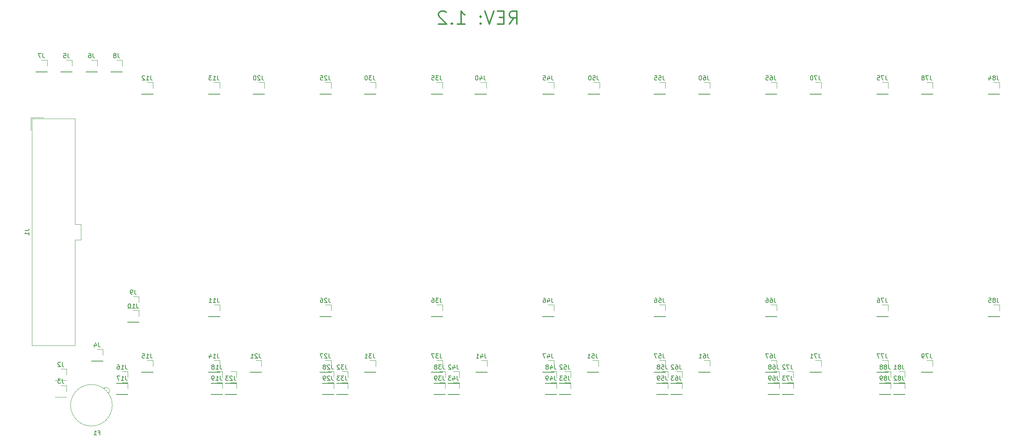
<source format=gbr>
%TF.GenerationSoftware,KiCad,Pcbnew,8.0.9-8.0.9-0~ubuntu22.04.1*%
%TF.CreationDate,2025-06-30T15:02:04+02:00*%
%TF.ProjectId,CPU09BP8,43505530-3942-4503-982e-6b696361645f,rev?*%
%TF.SameCoordinates,Original*%
%TF.FileFunction,Legend,Bot*%
%TF.FilePolarity,Positive*%
%FSLAX46Y46*%
G04 Gerber Fmt 4.6, Leading zero omitted, Abs format (unit mm)*
G04 Created by KiCad (PCBNEW 8.0.9-8.0.9-0~ubuntu22.04.1) date 2025-06-30 15:02:04*
%MOMM*%
%LPD*%
G01*
G04 APERTURE LIST*
%ADD10C,0.300000*%
%ADD11C,0.150000*%
%ADD12C,0.120000*%
G04 APERTURE END LIST*
D10*
X114064060Y-17327257D02*
X115064060Y-15898685D01*
X115778346Y-17327257D02*
X115778346Y-14327257D01*
X115778346Y-14327257D02*
X114635489Y-14327257D01*
X114635489Y-14327257D02*
X114349774Y-14470114D01*
X114349774Y-14470114D02*
X114206917Y-14612971D01*
X114206917Y-14612971D02*
X114064060Y-14898685D01*
X114064060Y-14898685D02*
X114064060Y-15327257D01*
X114064060Y-15327257D02*
X114206917Y-15612971D01*
X114206917Y-15612971D02*
X114349774Y-15755828D01*
X114349774Y-15755828D02*
X114635489Y-15898685D01*
X114635489Y-15898685D02*
X115778346Y-15898685D01*
X112778346Y-15755828D02*
X111778346Y-15755828D01*
X111349774Y-17327257D02*
X112778346Y-17327257D01*
X112778346Y-17327257D02*
X112778346Y-14327257D01*
X112778346Y-14327257D02*
X111349774Y-14327257D01*
X110492631Y-14327257D02*
X109492631Y-17327257D01*
X109492631Y-17327257D02*
X108492631Y-14327257D01*
X107492631Y-17041542D02*
X107349774Y-17184400D01*
X107349774Y-17184400D02*
X107492631Y-17327257D01*
X107492631Y-17327257D02*
X107635488Y-17184400D01*
X107635488Y-17184400D02*
X107492631Y-17041542D01*
X107492631Y-17041542D02*
X107492631Y-17327257D01*
X107492631Y-15470114D02*
X107349774Y-15612971D01*
X107349774Y-15612971D02*
X107492631Y-15755828D01*
X107492631Y-15755828D02*
X107635488Y-15612971D01*
X107635488Y-15612971D02*
X107492631Y-15470114D01*
X107492631Y-15470114D02*
X107492631Y-15755828D01*
X102206917Y-17327257D02*
X103921203Y-17327257D01*
X103064060Y-17327257D02*
X103064060Y-14327257D01*
X103064060Y-14327257D02*
X103349774Y-14755828D01*
X103349774Y-14755828D02*
X103635489Y-15041542D01*
X103635489Y-15041542D02*
X103921203Y-15184400D01*
X100921203Y-17041542D02*
X100778346Y-17184400D01*
X100778346Y-17184400D02*
X100921203Y-17327257D01*
X100921203Y-17327257D02*
X101064060Y-17184400D01*
X101064060Y-17184400D02*
X100921203Y-17041542D01*
X100921203Y-17041542D02*
X100921203Y-17327257D01*
X99635489Y-14612971D02*
X99492632Y-14470114D01*
X99492632Y-14470114D02*
X99206918Y-14327257D01*
X99206918Y-14327257D02*
X98492632Y-14327257D01*
X98492632Y-14327257D02*
X98206918Y-14470114D01*
X98206918Y-14470114D02*
X98064060Y-14612971D01*
X98064060Y-14612971D02*
X97921203Y-14898685D01*
X97921203Y-14898685D02*
X97921203Y-15184400D01*
X97921203Y-15184400D02*
X98064060Y-15612971D01*
X98064060Y-15612971D02*
X99778346Y-17327257D01*
X99778346Y-17327257D02*
X97921203Y-17327257D01*
D11*
X200524523Y-97664819D02*
X200524523Y-98379104D01*
X200524523Y-98379104D02*
X200572142Y-98521961D01*
X200572142Y-98521961D02*
X200667380Y-98617200D01*
X200667380Y-98617200D02*
X200810237Y-98664819D01*
X200810237Y-98664819D02*
X200905475Y-98664819D01*
X199905475Y-98093390D02*
X200000713Y-98045771D01*
X200000713Y-98045771D02*
X200048332Y-97998152D01*
X200048332Y-97998152D02*
X200095951Y-97902914D01*
X200095951Y-97902914D02*
X200095951Y-97855295D01*
X200095951Y-97855295D02*
X200048332Y-97760057D01*
X200048332Y-97760057D02*
X200000713Y-97712438D01*
X200000713Y-97712438D02*
X199905475Y-97664819D01*
X199905475Y-97664819D02*
X199714999Y-97664819D01*
X199714999Y-97664819D02*
X199619761Y-97712438D01*
X199619761Y-97712438D02*
X199572142Y-97760057D01*
X199572142Y-97760057D02*
X199524523Y-97855295D01*
X199524523Y-97855295D02*
X199524523Y-97902914D01*
X199524523Y-97902914D02*
X199572142Y-97998152D01*
X199572142Y-97998152D02*
X199619761Y-98045771D01*
X199619761Y-98045771D02*
X199714999Y-98093390D01*
X199714999Y-98093390D02*
X199905475Y-98093390D01*
X199905475Y-98093390D02*
X200000713Y-98141009D01*
X200000713Y-98141009D02*
X200048332Y-98188628D01*
X200048332Y-98188628D02*
X200095951Y-98283866D01*
X200095951Y-98283866D02*
X200095951Y-98474342D01*
X200095951Y-98474342D02*
X200048332Y-98569580D01*
X200048332Y-98569580D02*
X200000713Y-98617200D01*
X200000713Y-98617200D02*
X199905475Y-98664819D01*
X199905475Y-98664819D02*
X199714999Y-98664819D01*
X199714999Y-98664819D02*
X199619761Y-98617200D01*
X199619761Y-98617200D02*
X199572142Y-98569580D01*
X199572142Y-98569580D02*
X199524523Y-98474342D01*
X199524523Y-98474342D02*
X199524523Y-98283866D01*
X199524523Y-98283866D02*
X199572142Y-98188628D01*
X199572142Y-98188628D02*
X199619761Y-98141009D01*
X199619761Y-98141009D02*
X199714999Y-98093390D01*
X199048332Y-98664819D02*
X198857856Y-98664819D01*
X198857856Y-98664819D02*
X198762618Y-98617200D01*
X198762618Y-98617200D02*
X198714999Y-98569580D01*
X198714999Y-98569580D02*
X198619761Y-98426723D01*
X198619761Y-98426723D02*
X198572142Y-98236247D01*
X198572142Y-98236247D02*
X198572142Y-97855295D01*
X198572142Y-97855295D02*
X198619761Y-97760057D01*
X198619761Y-97760057D02*
X198667380Y-97712438D01*
X198667380Y-97712438D02*
X198762618Y-97664819D01*
X198762618Y-97664819D02*
X198953094Y-97664819D01*
X198953094Y-97664819D02*
X199048332Y-97712438D01*
X199048332Y-97712438D02*
X199095951Y-97760057D01*
X199095951Y-97760057D02*
X199143570Y-97855295D01*
X199143570Y-97855295D02*
X199143570Y-98093390D01*
X199143570Y-98093390D02*
X199095951Y-98188628D01*
X199095951Y-98188628D02*
X199048332Y-98236247D01*
X199048332Y-98236247D02*
X198953094Y-98283866D01*
X198953094Y-98283866D02*
X198762618Y-98283866D01*
X198762618Y-98283866D02*
X198667380Y-98236247D01*
X198667380Y-98236247D02*
X198619761Y-98188628D01*
X198619761Y-98188628D02*
X198572142Y-98093390D01*
X200524523Y-95124819D02*
X200524523Y-95839104D01*
X200524523Y-95839104D02*
X200572142Y-95981961D01*
X200572142Y-95981961D02*
X200667380Y-96077200D01*
X200667380Y-96077200D02*
X200810237Y-96124819D01*
X200810237Y-96124819D02*
X200905475Y-96124819D01*
X199905475Y-95553390D02*
X200000713Y-95505771D01*
X200000713Y-95505771D02*
X200048332Y-95458152D01*
X200048332Y-95458152D02*
X200095951Y-95362914D01*
X200095951Y-95362914D02*
X200095951Y-95315295D01*
X200095951Y-95315295D02*
X200048332Y-95220057D01*
X200048332Y-95220057D02*
X200000713Y-95172438D01*
X200000713Y-95172438D02*
X199905475Y-95124819D01*
X199905475Y-95124819D02*
X199714999Y-95124819D01*
X199714999Y-95124819D02*
X199619761Y-95172438D01*
X199619761Y-95172438D02*
X199572142Y-95220057D01*
X199572142Y-95220057D02*
X199524523Y-95315295D01*
X199524523Y-95315295D02*
X199524523Y-95362914D01*
X199524523Y-95362914D02*
X199572142Y-95458152D01*
X199572142Y-95458152D02*
X199619761Y-95505771D01*
X199619761Y-95505771D02*
X199714999Y-95553390D01*
X199714999Y-95553390D02*
X199905475Y-95553390D01*
X199905475Y-95553390D02*
X200000713Y-95601009D01*
X200000713Y-95601009D02*
X200048332Y-95648628D01*
X200048332Y-95648628D02*
X200095951Y-95743866D01*
X200095951Y-95743866D02*
X200095951Y-95934342D01*
X200095951Y-95934342D02*
X200048332Y-96029580D01*
X200048332Y-96029580D02*
X200000713Y-96077200D01*
X200000713Y-96077200D02*
X199905475Y-96124819D01*
X199905475Y-96124819D02*
X199714999Y-96124819D01*
X199714999Y-96124819D02*
X199619761Y-96077200D01*
X199619761Y-96077200D02*
X199572142Y-96029580D01*
X199572142Y-96029580D02*
X199524523Y-95934342D01*
X199524523Y-95934342D02*
X199524523Y-95743866D01*
X199524523Y-95743866D02*
X199572142Y-95648628D01*
X199572142Y-95648628D02*
X199619761Y-95601009D01*
X199619761Y-95601009D02*
X199714999Y-95553390D01*
X198953094Y-95553390D02*
X199048332Y-95505771D01*
X199048332Y-95505771D02*
X199095951Y-95458152D01*
X199095951Y-95458152D02*
X199143570Y-95362914D01*
X199143570Y-95362914D02*
X199143570Y-95315295D01*
X199143570Y-95315295D02*
X199095951Y-95220057D01*
X199095951Y-95220057D02*
X199048332Y-95172438D01*
X199048332Y-95172438D02*
X198953094Y-95124819D01*
X198953094Y-95124819D02*
X198762618Y-95124819D01*
X198762618Y-95124819D02*
X198667380Y-95172438D01*
X198667380Y-95172438D02*
X198619761Y-95220057D01*
X198619761Y-95220057D02*
X198572142Y-95315295D01*
X198572142Y-95315295D02*
X198572142Y-95362914D01*
X198572142Y-95362914D02*
X198619761Y-95458152D01*
X198619761Y-95458152D02*
X198667380Y-95505771D01*
X198667380Y-95505771D02*
X198762618Y-95553390D01*
X198762618Y-95553390D02*
X198953094Y-95553390D01*
X198953094Y-95553390D02*
X199048332Y-95601009D01*
X199048332Y-95601009D02*
X199095951Y-95648628D01*
X199095951Y-95648628D02*
X199143570Y-95743866D01*
X199143570Y-95743866D02*
X199143570Y-95934342D01*
X199143570Y-95934342D02*
X199095951Y-96029580D01*
X199095951Y-96029580D02*
X199048332Y-96077200D01*
X199048332Y-96077200D02*
X198953094Y-96124819D01*
X198953094Y-96124819D02*
X198762618Y-96124819D01*
X198762618Y-96124819D02*
X198667380Y-96077200D01*
X198667380Y-96077200D02*
X198619761Y-96029580D01*
X198619761Y-96029580D02*
X198572142Y-95934342D01*
X198572142Y-95934342D02*
X198572142Y-95743866D01*
X198572142Y-95743866D02*
X198619761Y-95648628D01*
X198619761Y-95648628D02*
X198667380Y-95601009D01*
X198667380Y-95601009D02*
X198762618Y-95553390D01*
X225289523Y-79884819D02*
X225289523Y-80599104D01*
X225289523Y-80599104D02*
X225337142Y-80741961D01*
X225337142Y-80741961D02*
X225432380Y-80837200D01*
X225432380Y-80837200D02*
X225575237Y-80884819D01*
X225575237Y-80884819D02*
X225670475Y-80884819D01*
X224670475Y-80313390D02*
X224765713Y-80265771D01*
X224765713Y-80265771D02*
X224813332Y-80218152D01*
X224813332Y-80218152D02*
X224860951Y-80122914D01*
X224860951Y-80122914D02*
X224860951Y-80075295D01*
X224860951Y-80075295D02*
X224813332Y-79980057D01*
X224813332Y-79980057D02*
X224765713Y-79932438D01*
X224765713Y-79932438D02*
X224670475Y-79884819D01*
X224670475Y-79884819D02*
X224479999Y-79884819D01*
X224479999Y-79884819D02*
X224384761Y-79932438D01*
X224384761Y-79932438D02*
X224337142Y-79980057D01*
X224337142Y-79980057D02*
X224289523Y-80075295D01*
X224289523Y-80075295D02*
X224289523Y-80122914D01*
X224289523Y-80122914D02*
X224337142Y-80218152D01*
X224337142Y-80218152D02*
X224384761Y-80265771D01*
X224384761Y-80265771D02*
X224479999Y-80313390D01*
X224479999Y-80313390D02*
X224670475Y-80313390D01*
X224670475Y-80313390D02*
X224765713Y-80361009D01*
X224765713Y-80361009D02*
X224813332Y-80408628D01*
X224813332Y-80408628D02*
X224860951Y-80503866D01*
X224860951Y-80503866D02*
X224860951Y-80694342D01*
X224860951Y-80694342D02*
X224813332Y-80789580D01*
X224813332Y-80789580D02*
X224765713Y-80837200D01*
X224765713Y-80837200D02*
X224670475Y-80884819D01*
X224670475Y-80884819D02*
X224479999Y-80884819D01*
X224479999Y-80884819D02*
X224384761Y-80837200D01*
X224384761Y-80837200D02*
X224337142Y-80789580D01*
X224337142Y-80789580D02*
X224289523Y-80694342D01*
X224289523Y-80694342D02*
X224289523Y-80503866D01*
X224289523Y-80503866D02*
X224337142Y-80408628D01*
X224337142Y-80408628D02*
X224384761Y-80361009D01*
X224384761Y-80361009D02*
X224479999Y-80313390D01*
X223384761Y-79884819D02*
X223860951Y-79884819D01*
X223860951Y-79884819D02*
X223908570Y-80361009D01*
X223908570Y-80361009D02*
X223860951Y-80313390D01*
X223860951Y-80313390D02*
X223765713Y-80265771D01*
X223765713Y-80265771D02*
X223527618Y-80265771D01*
X223527618Y-80265771D02*
X223432380Y-80313390D01*
X223432380Y-80313390D02*
X223384761Y-80361009D01*
X223384761Y-80361009D02*
X223337142Y-80456247D01*
X223337142Y-80456247D02*
X223337142Y-80694342D01*
X223337142Y-80694342D02*
X223384761Y-80789580D01*
X223384761Y-80789580D02*
X223432380Y-80837200D01*
X223432380Y-80837200D02*
X223527618Y-80884819D01*
X223527618Y-80884819D02*
X223765713Y-80884819D01*
X223765713Y-80884819D02*
X223860951Y-80837200D01*
X223860951Y-80837200D02*
X223908570Y-80789580D01*
X225289523Y-29084819D02*
X225289523Y-29799104D01*
X225289523Y-29799104D02*
X225337142Y-29941961D01*
X225337142Y-29941961D02*
X225432380Y-30037200D01*
X225432380Y-30037200D02*
X225575237Y-30084819D01*
X225575237Y-30084819D02*
X225670475Y-30084819D01*
X224670475Y-29513390D02*
X224765713Y-29465771D01*
X224765713Y-29465771D02*
X224813332Y-29418152D01*
X224813332Y-29418152D02*
X224860951Y-29322914D01*
X224860951Y-29322914D02*
X224860951Y-29275295D01*
X224860951Y-29275295D02*
X224813332Y-29180057D01*
X224813332Y-29180057D02*
X224765713Y-29132438D01*
X224765713Y-29132438D02*
X224670475Y-29084819D01*
X224670475Y-29084819D02*
X224479999Y-29084819D01*
X224479999Y-29084819D02*
X224384761Y-29132438D01*
X224384761Y-29132438D02*
X224337142Y-29180057D01*
X224337142Y-29180057D02*
X224289523Y-29275295D01*
X224289523Y-29275295D02*
X224289523Y-29322914D01*
X224289523Y-29322914D02*
X224337142Y-29418152D01*
X224337142Y-29418152D02*
X224384761Y-29465771D01*
X224384761Y-29465771D02*
X224479999Y-29513390D01*
X224479999Y-29513390D02*
X224670475Y-29513390D01*
X224670475Y-29513390D02*
X224765713Y-29561009D01*
X224765713Y-29561009D02*
X224813332Y-29608628D01*
X224813332Y-29608628D02*
X224860951Y-29703866D01*
X224860951Y-29703866D02*
X224860951Y-29894342D01*
X224860951Y-29894342D02*
X224813332Y-29989580D01*
X224813332Y-29989580D02*
X224765713Y-30037200D01*
X224765713Y-30037200D02*
X224670475Y-30084819D01*
X224670475Y-30084819D02*
X224479999Y-30084819D01*
X224479999Y-30084819D02*
X224384761Y-30037200D01*
X224384761Y-30037200D02*
X224337142Y-29989580D01*
X224337142Y-29989580D02*
X224289523Y-29894342D01*
X224289523Y-29894342D02*
X224289523Y-29703866D01*
X224289523Y-29703866D02*
X224337142Y-29608628D01*
X224337142Y-29608628D02*
X224384761Y-29561009D01*
X224384761Y-29561009D02*
X224479999Y-29513390D01*
X223432380Y-29418152D02*
X223432380Y-30084819D01*
X223670475Y-29037200D02*
X223908570Y-29751485D01*
X223908570Y-29751485D02*
X223289523Y-29751485D01*
X203699523Y-97664819D02*
X203699523Y-98379104D01*
X203699523Y-98379104D02*
X203747142Y-98521961D01*
X203747142Y-98521961D02*
X203842380Y-98617200D01*
X203842380Y-98617200D02*
X203985237Y-98664819D01*
X203985237Y-98664819D02*
X204080475Y-98664819D01*
X203080475Y-98093390D02*
X203175713Y-98045771D01*
X203175713Y-98045771D02*
X203223332Y-97998152D01*
X203223332Y-97998152D02*
X203270951Y-97902914D01*
X203270951Y-97902914D02*
X203270951Y-97855295D01*
X203270951Y-97855295D02*
X203223332Y-97760057D01*
X203223332Y-97760057D02*
X203175713Y-97712438D01*
X203175713Y-97712438D02*
X203080475Y-97664819D01*
X203080475Y-97664819D02*
X202889999Y-97664819D01*
X202889999Y-97664819D02*
X202794761Y-97712438D01*
X202794761Y-97712438D02*
X202747142Y-97760057D01*
X202747142Y-97760057D02*
X202699523Y-97855295D01*
X202699523Y-97855295D02*
X202699523Y-97902914D01*
X202699523Y-97902914D02*
X202747142Y-97998152D01*
X202747142Y-97998152D02*
X202794761Y-98045771D01*
X202794761Y-98045771D02*
X202889999Y-98093390D01*
X202889999Y-98093390D02*
X203080475Y-98093390D01*
X203080475Y-98093390D02*
X203175713Y-98141009D01*
X203175713Y-98141009D02*
X203223332Y-98188628D01*
X203223332Y-98188628D02*
X203270951Y-98283866D01*
X203270951Y-98283866D02*
X203270951Y-98474342D01*
X203270951Y-98474342D02*
X203223332Y-98569580D01*
X203223332Y-98569580D02*
X203175713Y-98617200D01*
X203175713Y-98617200D02*
X203080475Y-98664819D01*
X203080475Y-98664819D02*
X202889999Y-98664819D01*
X202889999Y-98664819D02*
X202794761Y-98617200D01*
X202794761Y-98617200D02*
X202747142Y-98569580D01*
X202747142Y-98569580D02*
X202699523Y-98474342D01*
X202699523Y-98474342D02*
X202699523Y-98283866D01*
X202699523Y-98283866D02*
X202747142Y-98188628D01*
X202747142Y-98188628D02*
X202794761Y-98141009D01*
X202794761Y-98141009D02*
X202889999Y-98093390D01*
X202318570Y-97760057D02*
X202270951Y-97712438D01*
X202270951Y-97712438D02*
X202175713Y-97664819D01*
X202175713Y-97664819D02*
X201937618Y-97664819D01*
X201937618Y-97664819D02*
X201842380Y-97712438D01*
X201842380Y-97712438D02*
X201794761Y-97760057D01*
X201794761Y-97760057D02*
X201747142Y-97855295D01*
X201747142Y-97855295D02*
X201747142Y-97950533D01*
X201747142Y-97950533D02*
X201794761Y-98093390D01*
X201794761Y-98093390D02*
X202366189Y-98664819D01*
X202366189Y-98664819D02*
X201747142Y-98664819D01*
X203699523Y-95124819D02*
X203699523Y-95839104D01*
X203699523Y-95839104D02*
X203747142Y-95981961D01*
X203747142Y-95981961D02*
X203842380Y-96077200D01*
X203842380Y-96077200D02*
X203985237Y-96124819D01*
X203985237Y-96124819D02*
X204080475Y-96124819D01*
X203080475Y-95553390D02*
X203175713Y-95505771D01*
X203175713Y-95505771D02*
X203223332Y-95458152D01*
X203223332Y-95458152D02*
X203270951Y-95362914D01*
X203270951Y-95362914D02*
X203270951Y-95315295D01*
X203270951Y-95315295D02*
X203223332Y-95220057D01*
X203223332Y-95220057D02*
X203175713Y-95172438D01*
X203175713Y-95172438D02*
X203080475Y-95124819D01*
X203080475Y-95124819D02*
X202889999Y-95124819D01*
X202889999Y-95124819D02*
X202794761Y-95172438D01*
X202794761Y-95172438D02*
X202747142Y-95220057D01*
X202747142Y-95220057D02*
X202699523Y-95315295D01*
X202699523Y-95315295D02*
X202699523Y-95362914D01*
X202699523Y-95362914D02*
X202747142Y-95458152D01*
X202747142Y-95458152D02*
X202794761Y-95505771D01*
X202794761Y-95505771D02*
X202889999Y-95553390D01*
X202889999Y-95553390D02*
X203080475Y-95553390D01*
X203080475Y-95553390D02*
X203175713Y-95601009D01*
X203175713Y-95601009D02*
X203223332Y-95648628D01*
X203223332Y-95648628D02*
X203270951Y-95743866D01*
X203270951Y-95743866D02*
X203270951Y-95934342D01*
X203270951Y-95934342D02*
X203223332Y-96029580D01*
X203223332Y-96029580D02*
X203175713Y-96077200D01*
X203175713Y-96077200D02*
X203080475Y-96124819D01*
X203080475Y-96124819D02*
X202889999Y-96124819D01*
X202889999Y-96124819D02*
X202794761Y-96077200D01*
X202794761Y-96077200D02*
X202747142Y-96029580D01*
X202747142Y-96029580D02*
X202699523Y-95934342D01*
X202699523Y-95934342D02*
X202699523Y-95743866D01*
X202699523Y-95743866D02*
X202747142Y-95648628D01*
X202747142Y-95648628D02*
X202794761Y-95601009D01*
X202794761Y-95601009D02*
X202889999Y-95553390D01*
X201747142Y-96124819D02*
X202318570Y-96124819D01*
X202032856Y-96124819D02*
X202032856Y-95124819D01*
X202032856Y-95124819D02*
X202128094Y-95267676D01*
X202128094Y-95267676D02*
X202223332Y-95362914D01*
X202223332Y-95362914D02*
X202318570Y-95410533D01*
X210049523Y-92584819D02*
X210049523Y-93299104D01*
X210049523Y-93299104D02*
X210097142Y-93441961D01*
X210097142Y-93441961D02*
X210192380Y-93537200D01*
X210192380Y-93537200D02*
X210335237Y-93584819D01*
X210335237Y-93584819D02*
X210430475Y-93584819D01*
X209668570Y-92584819D02*
X209001904Y-92584819D01*
X209001904Y-92584819D02*
X209430475Y-93584819D01*
X208573332Y-93584819D02*
X208382856Y-93584819D01*
X208382856Y-93584819D02*
X208287618Y-93537200D01*
X208287618Y-93537200D02*
X208239999Y-93489580D01*
X208239999Y-93489580D02*
X208144761Y-93346723D01*
X208144761Y-93346723D02*
X208097142Y-93156247D01*
X208097142Y-93156247D02*
X208097142Y-92775295D01*
X208097142Y-92775295D02*
X208144761Y-92680057D01*
X208144761Y-92680057D02*
X208192380Y-92632438D01*
X208192380Y-92632438D02*
X208287618Y-92584819D01*
X208287618Y-92584819D02*
X208478094Y-92584819D01*
X208478094Y-92584819D02*
X208573332Y-92632438D01*
X208573332Y-92632438D02*
X208620951Y-92680057D01*
X208620951Y-92680057D02*
X208668570Y-92775295D01*
X208668570Y-92775295D02*
X208668570Y-93013390D01*
X208668570Y-93013390D02*
X208620951Y-93108628D01*
X208620951Y-93108628D02*
X208573332Y-93156247D01*
X208573332Y-93156247D02*
X208478094Y-93203866D01*
X208478094Y-93203866D02*
X208287618Y-93203866D01*
X208287618Y-93203866D02*
X208192380Y-93156247D01*
X208192380Y-93156247D02*
X208144761Y-93108628D01*
X208144761Y-93108628D02*
X208097142Y-93013390D01*
X210049523Y-29084819D02*
X210049523Y-29799104D01*
X210049523Y-29799104D02*
X210097142Y-29941961D01*
X210097142Y-29941961D02*
X210192380Y-30037200D01*
X210192380Y-30037200D02*
X210335237Y-30084819D01*
X210335237Y-30084819D02*
X210430475Y-30084819D01*
X209668570Y-29084819D02*
X209001904Y-29084819D01*
X209001904Y-29084819D02*
X209430475Y-30084819D01*
X208478094Y-29513390D02*
X208573332Y-29465771D01*
X208573332Y-29465771D02*
X208620951Y-29418152D01*
X208620951Y-29418152D02*
X208668570Y-29322914D01*
X208668570Y-29322914D02*
X208668570Y-29275295D01*
X208668570Y-29275295D02*
X208620951Y-29180057D01*
X208620951Y-29180057D02*
X208573332Y-29132438D01*
X208573332Y-29132438D02*
X208478094Y-29084819D01*
X208478094Y-29084819D02*
X208287618Y-29084819D01*
X208287618Y-29084819D02*
X208192380Y-29132438D01*
X208192380Y-29132438D02*
X208144761Y-29180057D01*
X208144761Y-29180057D02*
X208097142Y-29275295D01*
X208097142Y-29275295D02*
X208097142Y-29322914D01*
X208097142Y-29322914D02*
X208144761Y-29418152D01*
X208144761Y-29418152D02*
X208192380Y-29465771D01*
X208192380Y-29465771D02*
X208287618Y-29513390D01*
X208287618Y-29513390D02*
X208478094Y-29513390D01*
X208478094Y-29513390D02*
X208573332Y-29561009D01*
X208573332Y-29561009D02*
X208620951Y-29608628D01*
X208620951Y-29608628D02*
X208668570Y-29703866D01*
X208668570Y-29703866D02*
X208668570Y-29894342D01*
X208668570Y-29894342D02*
X208620951Y-29989580D01*
X208620951Y-29989580D02*
X208573332Y-30037200D01*
X208573332Y-30037200D02*
X208478094Y-30084819D01*
X208478094Y-30084819D02*
X208287618Y-30084819D01*
X208287618Y-30084819D02*
X208192380Y-30037200D01*
X208192380Y-30037200D02*
X208144761Y-29989580D01*
X208144761Y-29989580D02*
X208097142Y-29894342D01*
X208097142Y-29894342D02*
X208097142Y-29703866D01*
X208097142Y-29703866D02*
X208144761Y-29608628D01*
X208144761Y-29608628D02*
X208192380Y-29561009D01*
X208192380Y-29561009D02*
X208287618Y-29513390D01*
X152899523Y-97664819D02*
X152899523Y-98379104D01*
X152899523Y-98379104D02*
X152947142Y-98521961D01*
X152947142Y-98521961D02*
X153042380Y-98617200D01*
X153042380Y-98617200D02*
X153185237Y-98664819D01*
X153185237Y-98664819D02*
X153280475Y-98664819D01*
X151994761Y-97664819D02*
X152185237Y-97664819D01*
X152185237Y-97664819D02*
X152280475Y-97712438D01*
X152280475Y-97712438D02*
X152328094Y-97760057D01*
X152328094Y-97760057D02*
X152423332Y-97902914D01*
X152423332Y-97902914D02*
X152470951Y-98093390D01*
X152470951Y-98093390D02*
X152470951Y-98474342D01*
X152470951Y-98474342D02*
X152423332Y-98569580D01*
X152423332Y-98569580D02*
X152375713Y-98617200D01*
X152375713Y-98617200D02*
X152280475Y-98664819D01*
X152280475Y-98664819D02*
X152089999Y-98664819D01*
X152089999Y-98664819D02*
X151994761Y-98617200D01*
X151994761Y-98617200D02*
X151947142Y-98569580D01*
X151947142Y-98569580D02*
X151899523Y-98474342D01*
X151899523Y-98474342D02*
X151899523Y-98236247D01*
X151899523Y-98236247D02*
X151947142Y-98141009D01*
X151947142Y-98141009D02*
X151994761Y-98093390D01*
X151994761Y-98093390D02*
X152089999Y-98045771D01*
X152089999Y-98045771D02*
X152280475Y-98045771D01*
X152280475Y-98045771D02*
X152375713Y-98093390D01*
X152375713Y-98093390D02*
X152423332Y-98141009D01*
X152423332Y-98141009D02*
X152470951Y-98236247D01*
X151566189Y-97664819D02*
X150947142Y-97664819D01*
X150947142Y-97664819D02*
X151280475Y-98045771D01*
X151280475Y-98045771D02*
X151137618Y-98045771D01*
X151137618Y-98045771D02*
X151042380Y-98093390D01*
X151042380Y-98093390D02*
X150994761Y-98141009D01*
X150994761Y-98141009D02*
X150947142Y-98236247D01*
X150947142Y-98236247D02*
X150947142Y-98474342D01*
X150947142Y-98474342D02*
X150994761Y-98569580D01*
X150994761Y-98569580D02*
X151042380Y-98617200D01*
X151042380Y-98617200D02*
X151137618Y-98664819D01*
X151137618Y-98664819D02*
X151423332Y-98664819D01*
X151423332Y-98664819D02*
X151518570Y-98617200D01*
X151518570Y-98617200D02*
X151566189Y-98569580D01*
X7643333Y-24004819D02*
X7643333Y-24719104D01*
X7643333Y-24719104D02*
X7690952Y-24861961D01*
X7690952Y-24861961D02*
X7786190Y-24957200D01*
X7786190Y-24957200D02*
X7929047Y-25004819D01*
X7929047Y-25004819D02*
X8024285Y-25004819D01*
X7262380Y-24004819D02*
X6595714Y-24004819D01*
X6595714Y-24004819D02*
X7024285Y-25004819D01*
X123689523Y-29084819D02*
X123689523Y-29799104D01*
X123689523Y-29799104D02*
X123737142Y-29941961D01*
X123737142Y-29941961D02*
X123832380Y-30037200D01*
X123832380Y-30037200D02*
X123975237Y-30084819D01*
X123975237Y-30084819D02*
X124070475Y-30084819D01*
X122784761Y-29418152D02*
X122784761Y-30084819D01*
X123022856Y-29037200D02*
X123260951Y-29751485D01*
X123260951Y-29751485D02*
X122641904Y-29751485D01*
X121784761Y-29084819D02*
X122260951Y-29084819D01*
X122260951Y-29084819D02*
X122308570Y-29561009D01*
X122308570Y-29561009D02*
X122260951Y-29513390D01*
X122260951Y-29513390D02*
X122165713Y-29465771D01*
X122165713Y-29465771D02*
X121927618Y-29465771D01*
X121927618Y-29465771D02*
X121832380Y-29513390D01*
X121832380Y-29513390D02*
X121784761Y-29561009D01*
X121784761Y-29561009D02*
X121737142Y-29656247D01*
X121737142Y-29656247D02*
X121737142Y-29894342D01*
X121737142Y-29894342D02*
X121784761Y-29989580D01*
X121784761Y-29989580D02*
X121832380Y-30037200D01*
X121832380Y-30037200D02*
X121927618Y-30084819D01*
X121927618Y-30084819D02*
X122165713Y-30084819D01*
X122165713Y-30084819D02*
X122260951Y-30037200D01*
X122260951Y-30037200D02*
X122308570Y-29989580D01*
X76699523Y-97664819D02*
X76699523Y-98379104D01*
X76699523Y-98379104D02*
X76747142Y-98521961D01*
X76747142Y-98521961D02*
X76842380Y-98617200D01*
X76842380Y-98617200D02*
X76985237Y-98664819D01*
X76985237Y-98664819D02*
X77080475Y-98664819D01*
X76318570Y-97664819D02*
X75699523Y-97664819D01*
X75699523Y-97664819D02*
X76032856Y-98045771D01*
X76032856Y-98045771D02*
X75889999Y-98045771D01*
X75889999Y-98045771D02*
X75794761Y-98093390D01*
X75794761Y-98093390D02*
X75747142Y-98141009D01*
X75747142Y-98141009D02*
X75699523Y-98236247D01*
X75699523Y-98236247D02*
X75699523Y-98474342D01*
X75699523Y-98474342D02*
X75747142Y-98569580D01*
X75747142Y-98569580D02*
X75794761Y-98617200D01*
X75794761Y-98617200D02*
X75889999Y-98664819D01*
X75889999Y-98664819D02*
X76175713Y-98664819D01*
X76175713Y-98664819D02*
X76270951Y-98617200D01*
X76270951Y-98617200D02*
X76318570Y-98569580D01*
X75366189Y-97664819D02*
X74747142Y-97664819D01*
X74747142Y-97664819D02*
X75080475Y-98045771D01*
X75080475Y-98045771D02*
X74937618Y-98045771D01*
X74937618Y-98045771D02*
X74842380Y-98093390D01*
X74842380Y-98093390D02*
X74794761Y-98141009D01*
X74794761Y-98141009D02*
X74747142Y-98236247D01*
X74747142Y-98236247D02*
X74747142Y-98474342D01*
X74747142Y-98474342D02*
X74794761Y-98569580D01*
X74794761Y-98569580D02*
X74842380Y-98617200D01*
X74842380Y-98617200D02*
X74937618Y-98664819D01*
X74937618Y-98664819D02*
X75223332Y-98664819D01*
X75223332Y-98664819D02*
X75318570Y-98617200D01*
X75318570Y-98617200D02*
X75366189Y-98569580D01*
X72889523Y-29084819D02*
X72889523Y-29799104D01*
X72889523Y-29799104D02*
X72937142Y-29941961D01*
X72937142Y-29941961D02*
X73032380Y-30037200D01*
X73032380Y-30037200D02*
X73175237Y-30084819D01*
X73175237Y-30084819D02*
X73270475Y-30084819D01*
X72460951Y-29180057D02*
X72413332Y-29132438D01*
X72413332Y-29132438D02*
X72318094Y-29084819D01*
X72318094Y-29084819D02*
X72079999Y-29084819D01*
X72079999Y-29084819D02*
X71984761Y-29132438D01*
X71984761Y-29132438D02*
X71937142Y-29180057D01*
X71937142Y-29180057D02*
X71889523Y-29275295D01*
X71889523Y-29275295D02*
X71889523Y-29370533D01*
X71889523Y-29370533D02*
X71937142Y-29513390D01*
X71937142Y-29513390D02*
X72508570Y-30084819D01*
X72508570Y-30084819D02*
X71889523Y-30084819D01*
X70984761Y-29084819D02*
X71460951Y-29084819D01*
X71460951Y-29084819D02*
X71508570Y-29561009D01*
X71508570Y-29561009D02*
X71460951Y-29513390D01*
X71460951Y-29513390D02*
X71365713Y-29465771D01*
X71365713Y-29465771D02*
X71127618Y-29465771D01*
X71127618Y-29465771D02*
X71032380Y-29513390D01*
X71032380Y-29513390D02*
X70984761Y-29561009D01*
X70984761Y-29561009D02*
X70937142Y-29656247D01*
X70937142Y-29656247D02*
X70937142Y-29894342D01*
X70937142Y-29894342D02*
X70984761Y-29989580D01*
X70984761Y-29989580D02*
X71032380Y-30037200D01*
X71032380Y-30037200D02*
X71127618Y-30084819D01*
X71127618Y-30084819D02*
X71365713Y-30084819D01*
X71365713Y-30084819D02*
X71460951Y-30037200D01*
X71460951Y-30037200D02*
X71508570Y-29989580D01*
X98289523Y-79884819D02*
X98289523Y-80599104D01*
X98289523Y-80599104D02*
X98337142Y-80741961D01*
X98337142Y-80741961D02*
X98432380Y-80837200D01*
X98432380Y-80837200D02*
X98575237Y-80884819D01*
X98575237Y-80884819D02*
X98670475Y-80884819D01*
X97908570Y-79884819D02*
X97289523Y-79884819D01*
X97289523Y-79884819D02*
X97622856Y-80265771D01*
X97622856Y-80265771D02*
X97479999Y-80265771D01*
X97479999Y-80265771D02*
X97384761Y-80313390D01*
X97384761Y-80313390D02*
X97337142Y-80361009D01*
X97337142Y-80361009D02*
X97289523Y-80456247D01*
X97289523Y-80456247D02*
X97289523Y-80694342D01*
X97289523Y-80694342D02*
X97337142Y-80789580D01*
X97337142Y-80789580D02*
X97384761Y-80837200D01*
X97384761Y-80837200D02*
X97479999Y-80884819D01*
X97479999Y-80884819D02*
X97765713Y-80884819D01*
X97765713Y-80884819D02*
X97860951Y-80837200D01*
X97860951Y-80837200D02*
X97908570Y-80789580D01*
X96432380Y-79884819D02*
X96622856Y-79884819D01*
X96622856Y-79884819D02*
X96718094Y-79932438D01*
X96718094Y-79932438D02*
X96765713Y-79980057D01*
X96765713Y-79980057D02*
X96860951Y-80122914D01*
X96860951Y-80122914D02*
X96908570Y-80313390D01*
X96908570Y-80313390D02*
X96908570Y-80694342D01*
X96908570Y-80694342D02*
X96860951Y-80789580D01*
X96860951Y-80789580D02*
X96813332Y-80837200D01*
X96813332Y-80837200D02*
X96718094Y-80884819D01*
X96718094Y-80884819D02*
X96527618Y-80884819D01*
X96527618Y-80884819D02*
X96432380Y-80837200D01*
X96432380Y-80837200D02*
X96384761Y-80789580D01*
X96384761Y-80789580D02*
X96337142Y-80694342D01*
X96337142Y-80694342D02*
X96337142Y-80456247D01*
X96337142Y-80456247D02*
X96384761Y-80361009D01*
X96384761Y-80361009D02*
X96432380Y-80313390D01*
X96432380Y-80313390D02*
X96527618Y-80265771D01*
X96527618Y-80265771D02*
X96718094Y-80265771D01*
X96718094Y-80265771D02*
X96813332Y-80313390D01*
X96813332Y-80313390D02*
X96860951Y-80361009D01*
X96860951Y-80361009D02*
X96908570Y-80456247D01*
X149089523Y-92584819D02*
X149089523Y-93299104D01*
X149089523Y-93299104D02*
X149137142Y-93441961D01*
X149137142Y-93441961D02*
X149232380Y-93537200D01*
X149232380Y-93537200D02*
X149375237Y-93584819D01*
X149375237Y-93584819D02*
X149470475Y-93584819D01*
X148137142Y-92584819D02*
X148613332Y-92584819D01*
X148613332Y-92584819D02*
X148660951Y-93061009D01*
X148660951Y-93061009D02*
X148613332Y-93013390D01*
X148613332Y-93013390D02*
X148518094Y-92965771D01*
X148518094Y-92965771D02*
X148279999Y-92965771D01*
X148279999Y-92965771D02*
X148184761Y-93013390D01*
X148184761Y-93013390D02*
X148137142Y-93061009D01*
X148137142Y-93061009D02*
X148089523Y-93156247D01*
X148089523Y-93156247D02*
X148089523Y-93394342D01*
X148089523Y-93394342D02*
X148137142Y-93489580D01*
X148137142Y-93489580D02*
X148184761Y-93537200D01*
X148184761Y-93537200D02*
X148279999Y-93584819D01*
X148279999Y-93584819D02*
X148518094Y-93584819D01*
X148518094Y-93584819D02*
X148613332Y-93537200D01*
X148613332Y-93537200D02*
X148660951Y-93489580D01*
X147756189Y-92584819D02*
X147089523Y-92584819D01*
X147089523Y-92584819D02*
X147518094Y-93584819D01*
X127499523Y-97664819D02*
X127499523Y-98379104D01*
X127499523Y-98379104D02*
X127547142Y-98521961D01*
X127547142Y-98521961D02*
X127642380Y-98617200D01*
X127642380Y-98617200D02*
X127785237Y-98664819D01*
X127785237Y-98664819D02*
X127880475Y-98664819D01*
X126547142Y-97664819D02*
X127023332Y-97664819D01*
X127023332Y-97664819D02*
X127070951Y-98141009D01*
X127070951Y-98141009D02*
X127023332Y-98093390D01*
X127023332Y-98093390D02*
X126928094Y-98045771D01*
X126928094Y-98045771D02*
X126689999Y-98045771D01*
X126689999Y-98045771D02*
X126594761Y-98093390D01*
X126594761Y-98093390D02*
X126547142Y-98141009D01*
X126547142Y-98141009D02*
X126499523Y-98236247D01*
X126499523Y-98236247D02*
X126499523Y-98474342D01*
X126499523Y-98474342D02*
X126547142Y-98569580D01*
X126547142Y-98569580D02*
X126594761Y-98617200D01*
X126594761Y-98617200D02*
X126689999Y-98664819D01*
X126689999Y-98664819D02*
X126928094Y-98664819D01*
X126928094Y-98664819D02*
X127023332Y-98617200D01*
X127023332Y-98617200D02*
X127070951Y-98569580D01*
X126166189Y-97664819D02*
X125547142Y-97664819D01*
X125547142Y-97664819D02*
X125880475Y-98045771D01*
X125880475Y-98045771D02*
X125737618Y-98045771D01*
X125737618Y-98045771D02*
X125642380Y-98093390D01*
X125642380Y-98093390D02*
X125594761Y-98141009D01*
X125594761Y-98141009D02*
X125547142Y-98236247D01*
X125547142Y-98236247D02*
X125547142Y-98474342D01*
X125547142Y-98474342D02*
X125594761Y-98569580D01*
X125594761Y-98569580D02*
X125642380Y-98617200D01*
X125642380Y-98617200D02*
X125737618Y-98664819D01*
X125737618Y-98664819D02*
X126023332Y-98664819D01*
X126023332Y-98664819D02*
X126118570Y-98617200D01*
X126118570Y-98617200D02*
X126166189Y-98569580D01*
X134075108Y-29073019D02*
X134075108Y-29787304D01*
X134075108Y-29787304D02*
X134122727Y-29930161D01*
X134122727Y-29930161D02*
X134217965Y-30025400D01*
X134217965Y-30025400D02*
X134360822Y-30073019D01*
X134360822Y-30073019D02*
X134456060Y-30073019D01*
X133122727Y-29073019D02*
X133598917Y-29073019D01*
X133598917Y-29073019D02*
X133646536Y-29549209D01*
X133646536Y-29549209D02*
X133598917Y-29501590D01*
X133598917Y-29501590D02*
X133503679Y-29453971D01*
X133503679Y-29453971D02*
X133265584Y-29453971D01*
X133265584Y-29453971D02*
X133170346Y-29501590D01*
X133170346Y-29501590D02*
X133122727Y-29549209D01*
X133122727Y-29549209D02*
X133075108Y-29644447D01*
X133075108Y-29644447D02*
X133075108Y-29882542D01*
X133075108Y-29882542D02*
X133122727Y-29977780D01*
X133122727Y-29977780D02*
X133170346Y-30025400D01*
X133170346Y-30025400D02*
X133265584Y-30073019D01*
X133265584Y-30073019D02*
X133503679Y-30073019D01*
X133503679Y-30073019D02*
X133598917Y-30025400D01*
X133598917Y-30025400D02*
X133646536Y-29977780D01*
X132456060Y-29073019D02*
X132360822Y-29073019D01*
X132360822Y-29073019D02*
X132265584Y-29120638D01*
X132265584Y-29120638D02*
X132217965Y-29168257D01*
X132217965Y-29168257D02*
X132170346Y-29263495D01*
X132170346Y-29263495D02*
X132122727Y-29453971D01*
X132122727Y-29453971D02*
X132122727Y-29692066D01*
X132122727Y-29692066D02*
X132170346Y-29882542D01*
X132170346Y-29882542D02*
X132217965Y-29977780D01*
X132217965Y-29977780D02*
X132265584Y-30025400D01*
X132265584Y-30025400D02*
X132360822Y-30073019D01*
X132360822Y-30073019D02*
X132456060Y-30073019D01*
X132456060Y-30073019D02*
X132551298Y-30025400D01*
X132551298Y-30025400D02*
X132598917Y-29977780D01*
X132598917Y-29977780D02*
X132646536Y-29882542D01*
X132646536Y-29882542D02*
X132694155Y-29692066D01*
X132694155Y-29692066D02*
X132694155Y-29453971D01*
X132694155Y-29453971D02*
X132646536Y-29263495D01*
X132646536Y-29263495D02*
X132598917Y-29168257D01*
X132598917Y-29168257D02*
X132551298Y-29120638D01*
X132551298Y-29120638D02*
X132456060Y-29073019D01*
X108270668Y-29084819D02*
X108270668Y-29799104D01*
X108270668Y-29799104D02*
X108318287Y-29941961D01*
X108318287Y-29941961D02*
X108413525Y-30037200D01*
X108413525Y-30037200D02*
X108556382Y-30084819D01*
X108556382Y-30084819D02*
X108651620Y-30084819D01*
X107365906Y-29418152D02*
X107365906Y-30084819D01*
X107604001Y-29037200D02*
X107842096Y-29751485D01*
X107842096Y-29751485D02*
X107223049Y-29751485D01*
X106651620Y-29084819D02*
X106556382Y-29084819D01*
X106556382Y-29084819D02*
X106461144Y-29132438D01*
X106461144Y-29132438D02*
X106413525Y-29180057D01*
X106413525Y-29180057D02*
X106365906Y-29275295D01*
X106365906Y-29275295D02*
X106318287Y-29465771D01*
X106318287Y-29465771D02*
X106318287Y-29703866D01*
X106318287Y-29703866D02*
X106365906Y-29894342D01*
X106365906Y-29894342D02*
X106413525Y-29989580D01*
X106413525Y-29989580D02*
X106461144Y-30037200D01*
X106461144Y-30037200D02*
X106556382Y-30084819D01*
X106556382Y-30084819D02*
X106651620Y-30084819D01*
X106651620Y-30084819D02*
X106746858Y-30037200D01*
X106746858Y-30037200D02*
X106794477Y-29989580D01*
X106794477Y-29989580D02*
X106842096Y-29894342D01*
X106842096Y-29894342D02*
X106889715Y-29703866D01*
X106889715Y-29703866D02*
X106889715Y-29465771D01*
X106889715Y-29465771D02*
X106842096Y-29275295D01*
X106842096Y-29275295D02*
X106794477Y-29180057D01*
X106794477Y-29180057D02*
X106746858Y-29132438D01*
X106746858Y-29132438D02*
X106651620Y-29084819D01*
X184649523Y-29084819D02*
X184649523Y-29799104D01*
X184649523Y-29799104D02*
X184697142Y-29941961D01*
X184697142Y-29941961D02*
X184792380Y-30037200D01*
X184792380Y-30037200D02*
X184935237Y-30084819D01*
X184935237Y-30084819D02*
X185030475Y-30084819D01*
X184268570Y-29084819D02*
X183601904Y-29084819D01*
X183601904Y-29084819D02*
X184030475Y-30084819D01*
X183030475Y-29084819D02*
X182935237Y-29084819D01*
X182935237Y-29084819D02*
X182839999Y-29132438D01*
X182839999Y-29132438D02*
X182792380Y-29180057D01*
X182792380Y-29180057D02*
X182744761Y-29275295D01*
X182744761Y-29275295D02*
X182697142Y-29465771D01*
X182697142Y-29465771D02*
X182697142Y-29703866D01*
X182697142Y-29703866D02*
X182744761Y-29894342D01*
X182744761Y-29894342D02*
X182792380Y-29989580D01*
X182792380Y-29989580D02*
X182839999Y-30037200D01*
X182839999Y-30037200D02*
X182935237Y-30084819D01*
X182935237Y-30084819D02*
X183030475Y-30084819D01*
X183030475Y-30084819D02*
X183125713Y-30037200D01*
X183125713Y-30037200D02*
X183173332Y-29989580D01*
X183173332Y-29989580D02*
X183220951Y-29894342D01*
X183220951Y-29894342D02*
X183268570Y-29703866D01*
X183268570Y-29703866D02*
X183268570Y-29465771D01*
X183268570Y-29465771D02*
X183220951Y-29275295D01*
X183220951Y-29275295D02*
X183173332Y-29180057D01*
X183173332Y-29180057D02*
X183125713Y-29132438D01*
X183125713Y-29132438D02*
X183030475Y-29084819D01*
X98924523Y-95124819D02*
X98924523Y-95839104D01*
X98924523Y-95839104D02*
X98972142Y-95981961D01*
X98972142Y-95981961D02*
X99067380Y-96077200D01*
X99067380Y-96077200D02*
X99210237Y-96124819D01*
X99210237Y-96124819D02*
X99305475Y-96124819D01*
X98543570Y-95124819D02*
X97924523Y-95124819D01*
X97924523Y-95124819D02*
X98257856Y-95505771D01*
X98257856Y-95505771D02*
X98114999Y-95505771D01*
X98114999Y-95505771D02*
X98019761Y-95553390D01*
X98019761Y-95553390D02*
X97972142Y-95601009D01*
X97972142Y-95601009D02*
X97924523Y-95696247D01*
X97924523Y-95696247D02*
X97924523Y-95934342D01*
X97924523Y-95934342D02*
X97972142Y-96029580D01*
X97972142Y-96029580D02*
X98019761Y-96077200D01*
X98019761Y-96077200D02*
X98114999Y-96124819D01*
X98114999Y-96124819D02*
X98400713Y-96124819D01*
X98400713Y-96124819D02*
X98495951Y-96077200D01*
X98495951Y-96077200D02*
X98543570Y-96029580D01*
X97353094Y-95553390D02*
X97448332Y-95505771D01*
X97448332Y-95505771D02*
X97495951Y-95458152D01*
X97495951Y-95458152D02*
X97543570Y-95362914D01*
X97543570Y-95362914D02*
X97543570Y-95315295D01*
X97543570Y-95315295D02*
X97495951Y-95220057D01*
X97495951Y-95220057D02*
X97448332Y-95172438D01*
X97448332Y-95172438D02*
X97353094Y-95124819D01*
X97353094Y-95124819D02*
X97162618Y-95124819D01*
X97162618Y-95124819D02*
X97067380Y-95172438D01*
X97067380Y-95172438D02*
X97019761Y-95220057D01*
X97019761Y-95220057D02*
X96972142Y-95315295D01*
X96972142Y-95315295D02*
X96972142Y-95362914D01*
X96972142Y-95362914D02*
X97019761Y-95458152D01*
X97019761Y-95458152D02*
X97067380Y-95505771D01*
X97067380Y-95505771D02*
X97162618Y-95553390D01*
X97162618Y-95553390D02*
X97353094Y-95553390D01*
X97353094Y-95553390D02*
X97448332Y-95601009D01*
X97448332Y-95601009D02*
X97495951Y-95648628D01*
X97495951Y-95648628D02*
X97543570Y-95743866D01*
X97543570Y-95743866D02*
X97543570Y-95934342D01*
X97543570Y-95934342D02*
X97495951Y-96029580D01*
X97495951Y-96029580D02*
X97448332Y-96077200D01*
X97448332Y-96077200D02*
X97353094Y-96124819D01*
X97353094Y-96124819D02*
X97162618Y-96124819D01*
X97162618Y-96124819D02*
X97067380Y-96077200D01*
X97067380Y-96077200D02*
X97019761Y-96029580D01*
X97019761Y-96029580D02*
X96972142Y-95934342D01*
X96972142Y-95934342D02*
X96972142Y-95743866D01*
X96972142Y-95743866D02*
X97019761Y-95648628D01*
X97019761Y-95648628D02*
X97067380Y-95601009D01*
X97067380Y-95601009D02*
X97162618Y-95553390D01*
X133849523Y-92584819D02*
X133849523Y-93299104D01*
X133849523Y-93299104D02*
X133897142Y-93441961D01*
X133897142Y-93441961D02*
X133992380Y-93537200D01*
X133992380Y-93537200D02*
X134135237Y-93584819D01*
X134135237Y-93584819D02*
X134230475Y-93584819D01*
X132897142Y-92584819D02*
X133373332Y-92584819D01*
X133373332Y-92584819D02*
X133420951Y-93061009D01*
X133420951Y-93061009D02*
X133373332Y-93013390D01*
X133373332Y-93013390D02*
X133278094Y-92965771D01*
X133278094Y-92965771D02*
X133039999Y-92965771D01*
X133039999Y-92965771D02*
X132944761Y-93013390D01*
X132944761Y-93013390D02*
X132897142Y-93061009D01*
X132897142Y-93061009D02*
X132849523Y-93156247D01*
X132849523Y-93156247D02*
X132849523Y-93394342D01*
X132849523Y-93394342D02*
X132897142Y-93489580D01*
X132897142Y-93489580D02*
X132944761Y-93537200D01*
X132944761Y-93537200D02*
X133039999Y-93584819D01*
X133039999Y-93584819D02*
X133278094Y-93584819D01*
X133278094Y-93584819D02*
X133373332Y-93537200D01*
X133373332Y-93537200D02*
X133420951Y-93489580D01*
X131897142Y-93584819D02*
X132468570Y-93584819D01*
X132182856Y-93584819D02*
X132182856Y-92584819D01*
X132182856Y-92584819D02*
X132278094Y-92727676D01*
X132278094Y-92727676D02*
X132373332Y-92822914D01*
X132373332Y-92822914D02*
X132468570Y-92870533D01*
X47489523Y-92584819D02*
X47489523Y-93299104D01*
X47489523Y-93299104D02*
X47537142Y-93441961D01*
X47537142Y-93441961D02*
X47632380Y-93537200D01*
X47632380Y-93537200D02*
X47775237Y-93584819D01*
X47775237Y-93584819D02*
X47870475Y-93584819D01*
X46489523Y-93584819D02*
X47060951Y-93584819D01*
X46775237Y-93584819D02*
X46775237Y-92584819D01*
X46775237Y-92584819D02*
X46870475Y-92727676D01*
X46870475Y-92727676D02*
X46965713Y-92822914D01*
X46965713Y-92822914D02*
X47060951Y-92870533D01*
X45632380Y-92918152D02*
X45632380Y-93584819D01*
X45870475Y-92537200D02*
X46108570Y-93251485D01*
X46108570Y-93251485D02*
X45489523Y-93251485D01*
X149089523Y-79884819D02*
X149089523Y-80599104D01*
X149089523Y-80599104D02*
X149137142Y-80741961D01*
X149137142Y-80741961D02*
X149232380Y-80837200D01*
X149232380Y-80837200D02*
X149375237Y-80884819D01*
X149375237Y-80884819D02*
X149470475Y-80884819D01*
X148137142Y-79884819D02*
X148613332Y-79884819D01*
X148613332Y-79884819D02*
X148660951Y-80361009D01*
X148660951Y-80361009D02*
X148613332Y-80313390D01*
X148613332Y-80313390D02*
X148518094Y-80265771D01*
X148518094Y-80265771D02*
X148279999Y-80265771D01*
X148279999Y-80265771D02*
X148184761Y-80313390D01*
X148184761Y-80313390D02*
X148137142Y-80361009D01*
X148137142Y-80361009D02*
X148089523Y-80456247D01*
X148089523Y-80456247D02*
X148089523Y-80694342D01*
X148089523Y-80694342D02*
X148137142Y-80789580D01*
X148137142Y-80789580D02*
X148184761Y-80837200D01*
X148184761Y-80837200D02*
X148279999Y-80884819D01*
X148279999Y-80884819D02*
X148518094Y-80884819D01*
X148518094Y-80884819D02*
X148613332Y-80837200D01*
X148613332Y-80837200D02*
X148660951Y-80789580D01*
X147232380Y-79884819D02*
X147422856Y-79884819D01*
X147422856Y-79884819D02*
X147518094Y-79932438D01*
X147518094Y-79932438D02*
X147565713Y-79980057D01*
X147565713Y-79980057D02*
X147660951Y-80122914D01*
X147660951Y-80122914D02*
X147708570Y-80313390D01*
X147708570Y-80313390D02*
X147708570Y-80694342D01*
X147708570Y-80694342D02*
X147660951Y-80789580D01*
X147660951Y-80789580D02*
X147613332Y-80837200D01*
X147613332Y-80837200D02*
X147518094Y-80884819D01*
X147518094Y-80884819D02*
X147327618Y-80884819D01*
X147327618Y-80884819D02*
X147232380Y-80837200D01*
X147232380Y-80837200D02*
X147184761Y-80789580D01*
X147184761Y-80789580D02*
X147137142Y-80694342D01*
X147137142Y-80694342D02*
X147137142Y-80456247D01*
X147137142Y-80456247D02*
X147184761Y-80361009D01*
X147184761Y-80361009D02*
X147232380Y-80313390D01*
X147232380Y-80313390D02*
X147327618Y-80265771D01*
X147327618Y-80265771D02*
X147518094Y-80265771D01*
X147518094Y-80265771D02*
X147613332Y-80313390D01*
X147613332Y-80313390D02*
X147660951Y-80361009D01*
X147660951Y-80361009D02*
X147708570Y-80456247D01*
X174489523Y-92584819D02*
X174489523Y-93299104D01*
X174489523Y-93299104D02*
X174537142Y-93441961D01*
X174537142Y-93441961D02*
X174632380Y-93537200D01*
X174632380Y-93537200D02*
X174775237Y-93584819D01*
X174775237Y-93584819D02*
X174870475Y-93584819D01*
X173584761Y-92584819D02*
X173775237Y-92584819D01*
X173775237Y-92584819D02*
X173870475Y-92632438D01*
X173870475Y-92632438D02*
X173918094Y-92680057D01*
X173918094Y-92680057D02*
X174013332Y-92822914D01*
X174013332Y-92822914D02*
X174060951Y-93013390D01*
X174060951Y-93013390D02*
X174060951Y-93394342D01*
X174060951Y-93394342D02*
X174013332Y-93489580D01*
X174013332Y-93489580D02*
X173965713Y-93537200D01*
X173965713Y-93537200D02*
X173870475Y-93584819D01*
X173870475Y-93584819D02*
X173679999Y-93584819D01*
X173679999Y-93584819D02*
X173584761Y-93537200D01*
X173584761Y-93537200D02*
X173537142Y-93489580D01*
X173537142Y-93489580D02*
X173489523Y-93394342D01*
X173489523Y-93394342D02*
X173489523Y-93156247D01*
X173489523Y-93156247D02*
X173537142Y-93061009D01*
X173537142Y-93061009D02*
X173584761Y-93013390D01*
X173584761Y-93013390D02*
X173679999Y-92965771D01*
X173679999Y-92965771D02*
X173870475Y-92965771D01*
X173870475Y-92965771D02*
X173965713Y-93013390D01*
X173965713Y-93013390D02*
X174013332Y-93061009D01*
X174013332Y-93061009D02*
X174060951Y-93156247D01*
X173156189Y-92584819D02*
X172489523Y-92584819D01*
X172489523Y-92584819D02*
X172918094Y-93584819D01*
X184649523Y-92584819D02*
X184649523Y-93299104D01*
X184649523Y-93299104D02*
X184697142Y-93441961D01*
X184697142Y-93441961D02*
X184792380Y-93537200D01*
X184792380Y-93537200D02*
X184935237Y-93584819D01*
X184935237Y-93584819D02*
X185030475Y-93584819D01*
X184268570Y-92584819D02*
X183601904Y-92584819D01*
X183601904Y-92584819D02*
X184030475Y-93584819D01*
X182697142Y-93584819D02*
X183268570Y-93584819D01*
X182982856Y-93584819D02*
X182982856Y-92584819D01*
X182982856Y-92584819D02*
X183078094Y-92727676D01*
X183078094Y-92727676D02*
X183173332Y-92822914D01*
X183173332Y-92822914D02*
X183268570Y-92870533D01*
X13358333Y-24004819D02*
X13358333Y-24719104D01*
X13358333Y-24719104D02*
X13405952Y-24861961D01*
X13405952Y-24861961D02*
X13501190Y-24957200D01*
X13501190Y-24957200D02*
X13644047Y-25004819D01*
X13644047Y-25004819D02*
X13739285Y-25004819D01*
X12405952Y-24004819D02*
X12882142Y-24004819D01*
X12882142Y-24004819D02*
X12929761Y-24481009D01*
X12929761Y-24481009D02*
X12882142Y-24433390D01*
X12882142Y-24433390D02*
X12786904Y-24385771D01*
X12786904Y-24385771D02*
X12548809Y-24385771D01*
X12548809Y-24385771D02*
X12453571Y-24433390D01*
X12453571Y-24433390D02*
X12405952Y-24481009D01*
X12405952Y-24481009D02*
X12358333Y-24576247D01*
X12358333Y-24576247D02*
X12358333Y-24814342D01*
X12358333Y-24814342D02*
X12405952Y-24909580D01*
X12405952Y-24909580D02*
X12453571Y-24957200D01*
X12453571Y-24957200D02*
X12548809Y-25004819D01*
X12548809Y-25004819D02*
X12786904Y-25004819D01*
X12786904Y-25004819D02*
X12882142Y-24957200D01*
X12882142Y-24957200D02*
X12929761Y-24909580D01*
X123689523Y-79884819D02*
X123689523Y-80599104D01*
X123689523Y-80599104D02*
X123737142Y-80741961D01*
X123737142Y-80741961D02*
X123832380Y-80837200D01*
X123832380Y-80837200D02*
X123975237Y-80884819D01*
X123975237Y-80884819D02*
X124070475Y-80884819D01*
X122784761Y-80218152D02*
X122784761Y-80884819D01*
X123022856Y-79837200D02*
X123260951Y-80551485D01*
X123260951Y-80551485D02*
X122641904Y-80551485D01*
X121832380Y-79884819D02*
X122022856Y-79884819D01*
X122022856Y-79884819D02*
X122118094Y-79932438D01*
X122118094Y-79932438D02*
X122165713Y-79980057D01*
X122165713Y-79980057D02*
X122260951Y-80122914D01*
X122260951Y-80122914D02*
X122308570Y-80313390D01*
X122308570Y-80313390D02*
X122308570Y-80694342D01*
X122308570Y-80694342D02*
X122260951Y-80789580D01*
X122260951Y-80789580D02*
X122213332Y-80837200D01*
X122213332Y-80837200D02*
X122118094Y-80884819D01*
X122118094Y-80884819D02*
X121927618Y-80884819D01*
X121927618Y-80884819D02*
X121832380Y-80837200D01*
X121832380Y-80837200D02*
X121784761Y-80789580D01*
X121784761Y-80789580D02*
X121737142Y-80694342D01*
X121737142Y-80694342D02*
X121737142Y-80456247D01*
X121737142Y-80456247D02*
X121784761Y-80361009D01*
X121784761Y-80361009D02*
X121832380Y-80313390D01*
X121832380Y-80313390D02*
X121927618Y-80265771D01*
X121927618Y-80265771D02*
X122118094Y-80265771D01*
X122118094Y-80265771D02*
X122213332Y-80313390D01*
X122213332Y-80313390D02*
X122260951Y-80361009D01*
X122260951Y-80361009D02*
X122308570Y-80456247D01*
X199889523Y-29084819D02*
X199889523Y-29799104D01*
X199889523Y-29799104D02*
X199937142Y-29941961D01*
X199937142Y-29941961D02*
X200032380Y-30037200D01*
X200032380Y-30037200D02*
X200175237Y-30084819D01*
X200175237Y-30084819D02*
X200270475Y-30084819D01*
X199508570Y-29084819D02*
X198841904Y-29084819D01*
X198841904Y-29084819D02*
X199270475Y-30084819D01*
X197984761Y-29084819D02*
X198460951Y-29084819D01*
X198460951Y-29084819D02*
X198508570Y-29561009D01*
X198508570Y-29561009D02*
X198460951Y-29513390D01*
X198460951Y-29513390D02*
X198365713Y-29465771D01*
X198365713Y-29465771D02*
X198127618Y-29465771D01*
X198127618Y-29465771D02*
X198032380Y-29513390D01*
X198032380Y-29513390D02*
X197984761Y-29561009D01*
X197984761Y-29561009D02*
X197937142Y-29656247D01*
X197937142Y-29656247D02*
X197937142Y-29894342D01*
X197937142Y-29894342D02*
X197984761Y-29989580D01*
X197984761Y-29989580D02*
X198032380Y-30037200D01*
X198032380Y-30037200D02*
X198127618Y-30084819D01*
X198127618Y-30084819D02*
X198365713Y-30084819D01*
X198365713Y-30084819D02*
X198460951Y-30037200D01*
X198460951Y-30037200D02*
X198508570Y-29989580D01*
X73524523Y-95124819D02*
X73524523Y-95839104D01*
X73524523Y-95839104D02*
X73572142Y-95981961D01*
X73572142Y-95981961D02*
X73667380Y-96077200D01*
X73667380Y-96077200D02*
X73810237Y-96124819D01*
X73810237Y-96124819D02*
X73905475Y-96124819D01*
X73095951Y-95220057D02*
X73048332Y-95172438D01*
X73048332Y-95172438D02*
X72953094Y-95124819D01*
X72953094Y-95124819D02*
X72714999Y-95124819D01*
X72714999Y-95124819D02*
X72619761Y-95172438D01*
X72619761Y-95172438D02*
X72572142Y-95220057D01*
X72572142Y-95220057D02*
X72524523Y-95315295D01*
X72524523Y-95315295D02*
X72524523Y-95410533D01*
X72524523Y-95410533D02*
X72572142Y-95553390D01*
X72572142Y-95553390D02*
X73143570Y-96124819D01*
X73143570Y-96124819D02*
X72524523Y-96124819D01*
X71953094Y-95553390D02*
X72048332Y-95505771D01*
X72048332Y-95505771D02*
X72095951Y-95458152D01*
X72095951Y-95458152D02*
X72143570Y-95362914D01*
X72143570Y-95362914D02*
X72143570Y-95315295D01*
X72143570Y-95315295D02*
X72095951Y-95220057D01*
X72095951Y-95220057D02*
X72048332Y-95172438D01*
X72048332Y-95172438D02*
X71953094Y-95124819D01*
X71953094Y-95124819D02*
X71762618Y-95124819D01*
X71762618Y-95124819D02*
X71667380Y-95172438D01*
X71667380Y-95172438D02*
X71619761Y-95220057D01*
X71619761Y-95220057D02*
X71572142Y-95315295D01*
X71572142Y-95315295D02*
X71572142Y-95362914D01*
X71572142Y-95362914D02*
X71619761Y-95458152D01*
X71619761Y-95458152D02*
X71667380Y-95505771D01*
X71667380Y-95505771D02*
X71762618Y-95553390D01*
X71762618Y-95553390D02*
X71953094Y-95553390D01*
X71953094Y-95553390D02*
X72048332Y-95601009D01*
X72048332Y-95601009D02*
X72095951Y-95648628D01*
X72095951Y-95648628D02*
X72143570Y-95743866D01*
X72143570Y-95743866D02*
X72143570Y-95934342D01*
X72143570Y-95934342D02*
X72095951Y-96029580D01*
X72095951Y-96029580D02*
X72048332Y-96077200D01*
X72048332Y-96077200D02*
X71953094Y-96124819D01*
X71953094Y-96124819D02*
X71762618Y-96124819D01*
X71762618Y-96124819D02*
X71667380Y-96077200D01*
X71667380Y-96077200D02*
X71619761Y-96029580D01*
X71619761Y-96029580D02*
X71572142Y-95934342D01*
X71572142Y-95934342D02*
X71572142Y-95743866D01*
X71572142Y-95743866D02*
X71619761Y-95648628D01*
X71619761Y-95648628D02*
X71667380Y-95601009D01*
X71667380Y-95601009D02*
X71762618Y-95553390D01*
X152899523Y-95124819D02*
X152899523Y-95839104D01*
X152899523Y-95839104D02*
X152947142Y-95981961D01*
X152947142Y-95981961D02*
X153042380Y-96077200D01*
X153042380Y-96077200D02*
X153185237Y-96124819D01*
X153185237Y-96124819D02*
X153280475Y-96124819D01*
X151994761Y-95124819D02*
X152185237Y-95124819D01*
X152185237Y-95124819D02*
X152280475Y-95172438D01*
X152280475Y-95172438D02*
X152328094Y-95220057D01*
X152328094Y-95220057D02*
X152423332Y-95362914D01*
X152423332Y-95362914D02*
X152470951Y-95553390D01*
X152470951Y-95553390D02*
X152470951Y-95934342D01*
X152470951Y-95934342D02*
X152423332Y-96029580D01*
X152423332Y-96029580D02*
X152375713Y-96077200D01*
X152375713Y-96077200D02*
X152280475Y-96124819D01*
X152280475Y-96124819D02*
X152089999Y-96124819D01*
X152089999Y-96124819D02*
X151994761Y-96077200D01*
X151994761Y-96077200D02*
X151947142Y-96029580D01*
X151947142Y-96029580D02*
X151899523Y-95934342D01*
X151899523Y-95934342D02*
X151899523Y-95696247D01*
X151899523Y-95696247D02*
X151947142Y-95601009D01*
X151947142Y-95601009D02*
X151994761Y-95553390D01*
X151994761Y-95553390D02*
X152089999Y-95505771D01*
X152089999Y-95505771D02*
X152280475Y-95505771D01*
X152280475Y-95505771D02*
X152375713Y-95553390D01*
X152375713Y-95553390D02*
X152423332Y-95601009D01*
X152423332Y-95601009D02*
X152470951Y-95696247D01*
X151518570Y-95220057D02*
X151470951Y-95172438D01*
X151470951Y-95172438D02*
X151375713Y-95124819D01*
X151375713Y-95124819D02*
X151137618Y-95124819D01*
X151137618Y-95124819D02*
X151042380Y-95172438D01*
X151042380Y-95172438D02*
X150994761Y-95220057D01*
X150994761Y-95220057D02*
X150947142Y-95315295D01*
X150947142Y-95315295D02*
X150947142Y-95410533D01*
X150947142Y-95410533D02*
X150994761Y-95553390D01*
X150994761Y-95553390D02*
X151566189Y-96124819D01*
X151566189Y-96124819D02*
X150947142Y-96124819D01*
X3529819Y-64451666D02*
X4244104Y-64451666D01*
X4244104Y-64451666D02*
X4386961Y-64404047D01*
X4386961Y-64404047D02*
X4482200Y-64308809D01*
X4482200Y-64308809D02*
X4529819Y-64165952D01*
X4529819Y-64165952D02*
X4529819Y-64070714D01*
X4529819Y-65451666D02*
X4529819Y-64880238D01*
X4529819Y-65165952D02*
X3529819Y-65165952D01*
X3529819Y-65165952D02*
X3672676Y-65070714D01*
X3672676Y-65070714D02*
X3767914Y-64975476D01*
X3767914Y-64975476D02*
X3815533Y-64880238D01*
X83049523Y-29084819D02*
X83049523Y-29799104D01*
X83049523Y-29799104D02*
X83097142Y-29941961D01*
X83097142Y-29941961D02*
X83192380Y-30037200D01*
X83192380Y-30037200D02*
X83335237Y-30084819D01*
X83335237Y-30084819D02*
X83430475Y-30084819D01*
X82668570Y-29084819D02*
X82049523Y-29084819D01*
X82049523Y-29084819D02*
X82382856Y-29465771D01*
X82382856Y-29465771D02*
X82239999Y-29465771D01*
X82239999Y-29465771D02*
X82144761Y-29513390D01*
X82144761Y-29513390D02*
X82097142Y-29561009D01*
X82097142Y-29561009D02*
X82049523Y-29656247D01*
X82049523Y-29656247D02*
X82049523Y-29894342D01*
X82049523Y-29894342D02*
X82097142Y-29989580D01*
X82097142Y-29989580D02*
X82144761Y-30037200D01*
X82144761Y-30037200D02*
X82239999Y-30084819D01*
X82239999Y-30084819D02*
X82525713Y-30084819D01*
X82525713Y-30084819D02*
X82620951Y-30037200D01*
X82620951Y-30037200D02*
X82668570Y-29989580D01*
X81430475Y-29084819D02*
X81335237Y-29084819D01*
X81335237Y-29084819D02*
X81239999Y-29132438D01*
X81239999Y-29132438D02*
X81192380Y-29180057D01*
X81192380Y-29180057D02*
X81144761Y-29275295D01*
X81144761Y-29275295D02*
X81097142Y-29465771D01*
X81097142Y-29465771D02*
X81097142Y-29703866D01*
X81097142Y-29703866D02*
X81144761Y-29894342D01*
X81144761Y-29894342D02*
X81192380Y-29989580D01*
X81192380Y-29989580D02*
X81239999Y-30037200D01*
X81239999Y-30037200D02*
X81335237Y-30084819D01*
X81335237Y-30084819D02*
X81430475Y-30084819D01*
X81430475Y-30084819D02*
X81525713Y-30037200D01*
X81525713Y-30037200D02*
X81573332Y-29989580D01*
X81573332Y-29989580D02*
X81620951Y-29894342D01*
X81620951Y-29894342D02*
X81668570Y-29703866D01*
X81668570Y-29703866D02*
X81668570Y-29465771D01*
X81668570Y-29465771D02*
X81620951Y-29275295D01*
X81620951Y-29275295D02*
X81573332Y-29180057D01*
X81573332Y-29180057D02*
X81525713Y-29132438D01*
X81525713Y-29132438D02*
X81430475Y-29084819D01*
X159249523Y-29084819D02*
X159249523Y-29799104D01*
X159249523Y-29799104D02*
X159297142Y-29941961D01*
X159297142Y-29941961D02*
X159392380Y-30037200D01*
X159392380Y-30037200D02*
X159535237Y-30084819D01*
X159535237Y-30084819D02*
X159630475Y-30084819D01*
X158344761Y-29084819D02*
X158535237Y-29084819D01*
X158535237Y-29084819D02*
X158630475Y-29132438D01*
X158630475Y-29132438D02*
X158678094Y-29180057D01*
X158678094Y-29180057D02*
X158773332Y-29322914D01*
X158773332Y-29322914D02*
X158820951Y-29513390D01*
X158820951Y-29513390D02*
X158820951Y-29894342D01*
X158820951Y-29894342D02*
X158773332Y-29989580D01*
X158773332Y-29989580D02*
X158725713Y-30037200D01*
X158725713Y-30037200D02*
X158630475Y-30084819D01*
X158630475Y-30084819D02*
X158439999Y-30084819D01*
X158439999Y-30084819D02*
X158344761Y-30037200D01*
X158344761Y-30037200D02*
X158297142Y-29989580D01*
X158297142Y-29989580D02*
X158249523Y-29894342D01*
X158249523Y-29894342D02*
X158249523Y-29656247D01*
X158249523Y-29656247D02*
X158297142Y-29561009D01*
X158297142Y-29561009D02*
X158344761Y-29513390D01*
X158344761Y-29513390D02*
X158439999Y-29465771D01*
X158439999Y-29465771D02*
X158630475Y-29465771D01*
X158630475Y-29465771D02*
X158725713Y-29513390D01*
X158725713Y-29513390D02*
X158773332Y-29561009D01*
X158773332Y-29561009D02*
X158820951Y-29656247D01*
X157630475Y-29084819D02*
X157535237Y-29084819D01*
X157535237Y-29084819D02*
X157439999Y-29132438D01*
X157439999Y-29132438D02*
X157392380Y-29180057D01*
X157392380Y-29180057D02*
X157344761Y-29275295D01*
X157344761Y-29275295D02*
X157297142Y-29465771D01*
X157297142Y-29465771D02*
X157297142Y-29703866D01*
X157297142Y-29703866D02*
X157344761Y-29894342D01*
X157344761Y-29894342D02*
X157392380Y-29989580D01*
X157392380Y-29989580D02*
X157439999Y-30037200D01*
X157439999Y-30037200D02*
X157535237Y-30084819D01*
X157535237Y-30084819D02*
X157630475Y-30084819D01*
X157630475Y-30084819D02*
X157725713Y-30037200D01*
X157725713Y-30037200D02*
X157773332Y-29989580D01*
X157773332Y-29989580D02*
X157820951Y-29894342D01*
X157820951Y-29894342D02*
X157868570Y-29703866D01*
X157868570Y-29703866D02*
X157868570Y-29465771D01*
X157868570Y-29465771D02*
X157820951Y-29275295D01*
X157820951Y-29275295D02*
X157773332Y-29180057D01*
X157773332Y-29180057D02*
X157725713Y-29132438D01*
X157725713Y-29132438D02*
X157630475Y-29084819D01*
X199889523Y-92584819D02*
X199889523Y-93299104D01*
X199889523Y-93299104D02*
X199937142Y-93441961D01*
X199937142Y-93441961D02*
X200032380Y-93537200D01*
X200032380Y-93537200D02*
X200175237Y-93584819D01*
X200175237Y-93584819D02*
X200270475Y-93584819D01*
X199508570Y-92584819D02*
X198841904Y-92584819D01*
X198841904Y-92584819D02*
X199270475Y-93584819D01*
X198556189Y-92584819D02*
X197889523Y-92584819D01*
X197889523Y-92584819D02*
X198318094Y-93584819D01*
X98924523Y-97664819D02*
X98924523Y-98379104D01*
X98924523Y-98379104D02*
X98972142Y-98521961D01*
X98972142Y-98521961D02*
X99067380Y-98617200D01*
X99067380Y-98617200D02*
X99210237Y-98664819D01*
X99210237Y-98664819D02*
X99305475Y-98664819D01*
X98543570Y-97664819D02*
X97924523Y-97664819D01*
X97924523Y-97664819D02*
X98257856Y-98045771D01*
X98257856Y-98045771D02*
X98114999Y-98045771D01*
X98114999Y-98045771D02*
X98019761Y-98093390D01*
X98019761Y-98093390D02*
X97972142Y-98141009D01*
X97972142Y-98141009D02*
X97924523Y-98236247D01*
X97924523Y-98236247D02*
X97924523Y-98474342D01*
X97924523Y-98474342D02*
X97972142Y-98569580D01*
X97972142Y-98569580D02*
X98019761Y-98617200D01*
X98019761Y-98617200D02*
X98114999Y-98664819D01*
X98114999Y-98664819D02*
X98400713Y-98664819D01*
X98400713Y-98664819D02*
X98495951Y-98617200D01*
X98495951Y-98617200D02*
X98543570Y-98569580D01*
X97448332Y-98664819D02*
X97257856Y-98664819D01*
X97257856Y-98664819D02*
X97162618Y-98617200D01*
X97162618Y-98617200D02*
X97114999Y-98569580D01*
X97114999Y-98569580D02*
X97019761Y-98426723D01*
X97019761Y-98426723D02*
X96972142Y-98236247D01*
X96972142Y-98236247D02*
X96972142Y-97855295D01*
X96972142Y-97855295D02*
X97019761Y-97760057D01*
X97019761Y-97760057D02*
X97067380Y-97712438D01*
X97067380Y-97712438D02*
X97162618Y-97664819D01*
X97162618Y-97664819D02*
X97353094Y-97664819D01*
X97353094Y-97664819D02*
X97448332Y-97712438D01*
X97448332Y-97712438D02*
X97495951Y-97760057D01*
X97495951Y-97760057D02*
X97543570Y-97855295D01*
X97543570Y-97855295D02*
X97543570Y-98093390D01*
X97543570Y-98093390D02*
X97495951Y-98188628D01*
X97495951Y-98188628D02*
X97448332Y-98236247D01*
X97448332Y-98236247D02*
X97353094Y-98283866D01*
X97353094Y-98283866D02*
X97162618Y-98283866D01*
X97162618Y-98283866D02*
X97067380Y-98236247D01*
X97067380Y-98236247D02*
X97019761Y-98188628D01*
X97019761Y-98188628D02*
X96972142Y-98093390D01*
X76699523Y-95124819D02*
X76699523Y-95839104D01*
X76699523Y-95839104D02*
X76747142Y-95981961D01*
X76747142Y-95981961D02*
X76842380Y-96077200D01*
X76842380Y-96077200D02*
X76985237Y-96124819D01*
X76985237Y-96124819D02*
X77080475Y-96124819D01*
X76318570Y-95124819D02*
X75699523Y-95124819D01*
X75699523Y-95124819D02*
X76032856Y-95505771D01*
X76032856Y-95505771D02*
X75889999Y-95505771D01*
X75889999Y-95505771D02*
X75794761Y-95553390D01*
X75794761Y-95553390D02*
X75747142Y-95601009D01*
X75747142Y-95601009D02*
X75699523Y-95696247D01*
X75699523Y-95696247D02*
X75699523Y-95934342D01*
X75699523Y-95934342D02*
X75747142Y-96029580D01*
X75747142Y-96029580D02*
X75794761Y-96077200D01*
X75794761Y-96077200D02*
X75889999Y-96124819D01*
X75889999Y-96124819D02*
X76175713Y-96124819D01*
X76175713Y-96124819D02*
X76270951Y-96077200D01*
X76270951Y-96077200D02*
X76318570Y-96029580D01*
X75318570Y-95220057D02*
X75270951Y-95172438D01*
X75270951Y-95172438D02*
X75175713Y-95124819D01*
X75175713Y-95124819D02*
X74937618Y-95124819D01*
X74937618Y-95124819D02*
X74842380Y-95172438D01*
X74842380Y-95172438D02*
X74794761Y-95220057D01*
X74794761Y-95220057D02*
X74747142Y-95315295D01*
X74747142Y-95315295D02*
X74747142Y-95410533D01*
X74747142Y-95410533D02*
X74794761Y-95553390D01*
X74794761Y-95553390D02*
X75366189Y-96124819D01*
X75366189Y-96124819D02*
X74747142Y-96124819D01*
X175124523Y-95124819D02*
X175124523Y-95839104D01*
X175124523Y-95839104D02*
X175172142Y-95981961D01*
X175172142Y-95981961D02*
X175267380Y-96077200D01*
X175267380Y-96077200D02*
X175410237Y-96124819D01*
X175410237Y-96124819D02*
X175505475Y-96124819D01*
X174219761Y-95124819D02*
X174410237Y-95124819D01*
X174410237Y-95124819D02*
X174505475Y-95172438D01*
X174505475Y-95172438D02*
X174553094Y-95220057D01*
X174553094Y-95220057D02*
X174648332Y-95362914D01*
X174648332Y-95362914D02*
X174695951Y-95553390D01*
X174695951Y-95553390D02*
X174695951Y-95934342D01*
X174695951Y-95934342D02*
X174648332Y-96029580D01*
X174648332Y-96029580D02*
X174600713Y-96077200D01*
X174600713Y-96077200D02*
X174505475Y-96124819D01*
X174505475Y-96124819D02*
X174314999Y-96124819D01*
X174314999Y-96124819D02*
X174219761Y-96077200D01*
X174219761Y-96077200D02*
X174172142Y-96029580D01*
X174172142Y-96029580D02*
X174124523Y-95934342D01*
X174124523Y-95934342D02*
X174124523Y-95696247D01*
X174124523Y-95696247D02*
X174172142Y-95601009D01*
X174172142Y-95601009D02*
X174219761Y-95553390D01*
X174219761Y-95553390D02*
X174314999Y-95505771D01*
X174314999Y-95505771D02*
X174505475Y-95505771D01*
X174505475Y-95505771D02*
X174600713Y-95553390D01*
X174600713Y-95553390D02*
X174648332Y-95601009D01*
X174648332Y-95601009D02*
X174695951Y-95696247D01*
X173553094Y-95553390D02*
X173648332Y-95505771D01*
X173648332Y-95505771D02*
X173695951Y-95458152D01*
X173695951Y-95458152D02*
X173743570Y-95362914D01*
X173743570Y-95362914D02*
X173743570Y-95315295D01*
X173743570Y-95315295D02*
X173695951Y-95220057D01*
X173695951Y-95220057D02*
X173648332Y-95172438D01*
X173648332Y-95172438D02*
X173553094Y-95124819D01*
X173553094Y-95124819D02*
X173362618Y-95124819D01*
X173362618Y-95124819D02*
X173267380Y-95172438D01*
X173267380Y-95172438D02*
X173219761Y-95220057D01*
X173219761Y-95220057D02*
X173172142Y-95315295D01*
X173172142Y-95315295D02*
X173172142Y-95362914D01*
X173172142Y-95362914D02*
X173219761Y-95458152D01*
X173219761Y-95458152D02*
X173267380Y-95505771D01*
X173267380Y-95505771D02*
X173362618Y-95553390D01*
X173362618Y-95553390D02*
X173553094Y-95553390D01*
X173553094Y-95553390D02*
X173648332Y-95601009D01*
X173648332Y-95601009D02*
X173695951Y-95648628D01*
X173695951Y-95648628D02*
X173743570Y-95743866D01*
X173743570Y-95743866D02*
X173743570Y-95934342D01*
X173743570Y-95934342D02*
X173695951Y-96029580D01*
X173695951Y-96029580D02*
X173648332Y-96077200D01*
X173648332Y-96077200D02*
X173553094Y-96124819D01*
X173553094Y-96124819D02*
X173362618Y-96124819D01*
X173362618Y-96124819D02*
X173267380Y-96077200D01*
X173267380Y-96077200D02*
X173219761Y-96029580D01*
X173219761Y-96029580D02*
X173172142Y-95934342D01*
X173172142Y-95934342D02*
X173172142Y-95743866D01*
X173172142Y-95743866D02*
X173219761Y-95648628D01*
X173219761Y-95648628D02*
X173267380Y-95601009D01*
X173267380Y-95601009D02*
X173362618Y-95553390D01*
X174489523Y-79884819D02*
X174489523Y-80599104D01*
X174489523Y-80599104D02*
X174537142Y-80741961D01*
X174537142Y-80741961D02*
X174632380Y-80837200D01*
X174632380Y-80837200D02*
X174775237Y-80884819D01*
X174775237Y-80884819D02*
X174870475Y-80884819D01*
X173584761Y-79884819D02*
X173775237Y-79884819D01*
X173775237Y-79884819D02*
X173870475Y-79932438D01*
X173870475Y-79932438D02*
X173918094Y-79980057D01*
X173918094Y-79980057D02*
X174013332Y-80122914D01*
X174013332Y-80122914D02*
X174060951Y-80313390D01*
X174060951Y-80313390D02*
X174060951Y-80694342D01*
X174060951Y-80694342D02*
X174013332Y-80789580D01*
X174013332Y-80789580D02*
X173965713Y-80837200D01*
X173965713Y-80837200D02*
X173870475Y-80884819D01*
X173870475Y-80884819D02*
X173679999Y-80884819D01*
X173679999Y-80884819D02*
X173584761Y-80837200D01*
X173584761Y-80837200D02*
X173537142Y-80789580D01*
X173537142Y-80789580D02*
X173489523Y-80694342D01*
X173489523Y-80694342D02*
X173489523Y-80456247D01*
X173489523Y-80456247D02*
X173537142Y-80361009D01*
X173537142Y-80361009D02*
X173584761Y-80313390D01*
X173584761Y-80313390D02*
X173679999Y-80265771D01*
X173679999Y-80265771D02*
X173870475Y-80265771D01*
X173870475Y-80265771D02*
X173965713Y-80313390D01*
X173965713Y-80313390D02*
X174013332Y-80361009D01*
X174013332Y-80361009D02*
X174060951Y-80456247D01*
X172632380Y-79884819D02*
X172822856Y-79884819D01*
X172822856Y-79884819D02*
X172918094Y-79932438D01*
X172918094Y-79932438D02*
X172965713Y-79980057D01*
X172965713Y-79980057D02*
X173060951Y-80122914D01*
X173060951Y-80122914D02*
X173108570Y-80313390D01*
X173108570Y-80313390D02*
X173108570Y-80694342D01*
X173108570Y-80694342D02*
X173060951Y-80789580D01*
X173060951Y-80789580D02*
X173013332Y-80837200D01*
X173013332Y-80837200D02*
X172918094Y-80884819D01*
X172918094Y-80884819D02*
X172727618Y-80884819D01*
X172727618Y-80884819D02*
X172632380Y-80837200D01*
X172632380Y-80837200D02*
X172584761Y-80789580D01*
X172584761Y-80789580D02*
X172537142Y-80694342D01*
X172537142Y-80694342D02*
X172537142Y-80456247D01*
X172537142Y-80456247D02*
X172584761Y-80361009D01*
X172584761Y-80361009D02*
X172632380Y-80313390D01*
X172632380Y-80313390D02*
X172727618Y-80265771D01*
X172727618Y-80265771D02*
X172918094Y-80265771D01*
X172918094Y-80265771D02*
X173013332Y-80313390D01*
X173013332Y-80313390D02*
X173060951Y-80361009D01*
X173060951Y-80361009D02*
X173108570Y-80456247D01*
X73524523Y-97664819D02*
X73524523Y-98379104D01*
X73524523Y-98379104D02*
X73572142Y-98521961D01*
X73572142Y-98521961D02*
X73667380Y-98617200D01*
X73667380Y-98617200D02*
X73810237Y-98664819D01*
X73810237Y-98664819D02*
X73905475Y-98664819D01*
X73095951Y-97760057D02*
X73048332Y-97712438D01*
X73048332Y-97712438D02*
X72953094Y-97664819D01*
X72953094Y-97664819D02*
X72714999Y-97664819D01*
X72714999Y-97664819D02*
X72619761Y-97712438D01*
X72619761Y-97712438D02*
X72572142Y-97760057D01*
X72572142Y-97760057D02*
X72524523Y-97855295D01*
X72524523Y-97855295D02*
X72524523Y-97950533D01*
X72524523Y-97950533D02*
X72572142Y-98093390D01*
X72572142Y-98093390D02*
X73143570Y-98664819D01*
X73143570Y-98664819D02*
X72524523Y-98664819D01*
X72048332Y-98664819D02*
X71857856Y-98664819D01*
X71857856Y-98664819D02*
X71762618Y-98617200D01*
X71762618Y-98617200D02*
X71714999Y-98569580D01*
X71714999Y-98569580D02*
X71619761Y-98426723D01*
X71619761Y-98426723D02*
X71572142Y-98236247D01*
X71572142Y-98236247D02*
X71572142Y-97855295D01*
X71572142Y-97855295D02*
X71619761Y-97760057D01*
X71619761Y-97760057D02*
X71667380Y-97712438D01*
X71667380Y-97712438D02*
X71762618Y-97664819D01*
X71762618Y-97664819D02*
X71953094Y-97664819D01*
X71953094Y-97664819D02*
X72048332Y-97712438D01*
X72048332Y-97712438D02*
X72095951Y-97760057D01*
X72095951Y-97760057D02*
X72143570Y-97855295D01*
X72143570Y-97855295D02*
X72143570Y-98093390D01*
X72143570Y-98093390D02*
X72095951Y-98188628D01*
X72095951Y-98188628D02*
X72048332Y-98236247D01*
X72048332Y-98236247D02*
X71953094Y-98283866D01*
X71953094Y-98283866D02*
X71762618Y-98283866D01*
X71762618Y-98283866D02*
X71667380Y-98236247D01*
X71667380Y-98236247D02*
X71619761Y-98188628D01*
X71619761Y-98188628D02*
X71572142Y-98093390D01*
X51299523Y-97664819D02*
X51299523Y-98379104D01*
X51299523Y-98379104D02*
X51347142Y-98521961D01*
X51347142Y-98521961D02*
X51442380Y-98617200D01*
X51442380Y-98617200D02*
X51585237Y-98664819D01*
X51585237Y-98664819D02*
X51680475Y-98664819D01*
X50870951Y-97760057D02*
X50823332Y-97712438D01*
X50823332Y-97712438D02*
X50728094Y-97664819D01*
X50728094Y-97664819D02*
X50489999Y-97664819D01*
X50489999Y-97664819D02*
X50394761Y-97712438D01*
X50394761Y-97712438D02*
X50347142Y-97760057D01*
X50347142Y-97760057D02*
X50299523Y-97855295D01*
X50299523Y-97855295D02*
X50299523Y-97950533D01*
X50299523Y-97950533D02*
X50347142Y-98093390D01*
X50347142Y-98093390D02*
X50918570Y-98664819D01*
X50918570Y-98664819D02*
X50299523Y-98664819D01*
X49966189Y-97664819D02*
X49347142Y-97664819D01*
X49347142Y-97664819D02*
X49680475Y-98045771D01*
X49680475Y-98045771D02*
X49537618Y-98045771D01*
X49537618Y-98045771D02*
X49442380Y-98093390D01*
X49442380Y-98093390D02*
X49394761Y-98141009D01*
X49394761Y-98141009D02*
X49347142Y-98236247D01*
X49347142Y-98236247D02*
X49347142Y-98474342D01*
X49347142Y-98474342D02*
X49394761Y-98569580D01*
X49394761Y-98569580D02*
X49442380Y-98617200D01*
X49442380Y-98617200D02*
X49537618Y-98664819D01*
X49537618Y-98664819D02*
X49823332Y-98664819D01*
X49823332Y-98664819D02*
X49918570Y-98617200D01*
X49918570Y-98617200D02*
X49966189Y-98569580D01*
X83049523Y-92584819D02*
X83049523Y-93299104D01*
X83049523Y-93299104D02*
X83097142Y-93441961D01*
X83097142Y-93441961D02*
X83192380Y-93537200D01*
X83192380Y-93537200D02*
X83335237Y-93584819D01*
X83335237Y-93584819D02*
X83430475Y-93584819D01*
X82668570Y-92584819D02*
X82049523Y-92584819D01*
X82049523Y-92584819D02*
X82382856Y-92965771D01*
X82382856Y-92965771D02*
X82239999Y-92965771D01*
X82239999Y-92965771D02*
X82144761Y-93013390D01*
X82144761Y-93013390D02*
X82097142Y-93061009D01*
X82097142Y-93061009D02*
X82049523Y-93156247D01*
X82049523Y-93156247D02*
X82049523Y-93394342D01*
X82049523Y-93394342D02*
X82097142Y-93489580D01*
X82097142Y-93489580D02*
X82144761Y-93537200D01*
X82144761Y-93537200D02*
X82239999Y-93584819D01*
X82239999Y-93584819D02*
X82525713Y-93584819D01*
X82525713Y-93584819D02*
X82620951Y-93537200D01*
X82620951Y-93537200D02*
X82668570Y-93489580D01*
X81097142Y-93584819D02*
X81668570Y-93584819D01*
X81382856Y-93584819D02*
X81382856Y-92584819D01*
X81382856Y-92584819D02*
X81478094Y-92727676D01*
X81478094Y-92727676D02*
X81573332Y-92822914D01*
X81573332Y-92822914D02*
X81668570Y-92870533D01*
X159249523Y-92584819D02*
X159249523Y-93299104D01*
X159249523Y-93299104D02*
X159297142Y-93441961D01*
X159297142Y-93441961D02*
X159392380Y-93537200D01*
X159392380Y-93537200D02*
X159535237Y-93584819D01*
X159535237Y-93584819D02*
X159630475Y-93584819D01*
X158344761Y-92584819D02*
X158535237Y-92584819D01*
X158535237Y-92584819D02*
X158630475Y-92632438D01*
X158630475Y-92632438D02*
X158678094Y-92680057D01*
X158678094Y-92680057D02*
X158773332Y-92822914D01*
X158773332Y-92822914D02*
X158820951Y-93013390D01*
X158820951Y-93013390D02*
X158820951Y-93394342D01*
X158820951Y-93394342D02*
X158773332Y-93489580D01*
X158773332Y-93489580D02*
X158725713Y-93537200D01*
X158725713Y-93537200D02*
X158630475Y-93584819D01*
X158630475Y-93584819D02*
X158439999Y-93584819D01*
X158439999Y-93584819D02*
X158344761Y-93537200D01*
X158344761Y-93537200D02*
X158297142Y-93489580D01*
X158297142Y-93489580D02*
X158249523Y-93394342D01*
X158249523Y-93394342D02*
X158249523Y-93156247D01*
X158249523Y-93156247D02*
X158297142Y-93061009D01*
X158297142Y-93061009D02*
X158344761Y-93013390D01*
X158344761Y-93013390D02*
X158439999Y-92965771D01*
X158439999Y-92965771D02*
X158630475Y-92965771D01*
X158630475Y-92965771D02*
X158725713Y-93013390D01*
X158725713Y-93013390D02*
X158773332Y-93061009D01*
X158773332Y-93061009D02*
X158820951Y-93156247D01*
X157297142Y-93584819D02*
X157868570Y-93584819D01*
X157582856Y-93584819D02*
X157582856Y-92584819D01*
X157582856Y-92584819D02*
X157678094Y-92727676D01*
X157678094Y-92727676D02*
X157773332Y-92822914D01*
X157773332Y-92822914D02*
X157868570Y-92870533D01*
X123689523Y-92584819D02*
X123689523Y-93299104D01*
X123689523Y-93299104D02*
X123737142Y-93441961D01*
X123737142Y-93441961D02*
X123832380Y-93537200D01*
X123832380Y-93537200D02*
X123975237Y-93584819D01*
X123975237Y-93584819D02*
X124070475Y-93584819D01*
X122784761Y-92918152D02*
X122784761Y-93584819D01*
X123022856Y-92537200D02*
X123260951Y-93251485D01*
X123260951Y-93251485D02*
X122641904Y-93251485D01*
X122356189Y-92584819D02*
X121689523Y-92584819D01*
X121689523Y-92584819D02*
X122118094Y-93584819D01*
X149089523Y-29084819D02*
X149089523Y-29799104D01*
X149089523Y-29799104D02*
X149137142Y-29941961D01*
X149137142Y-29941961D02*
X149232380Y-30037200D01*
X149232380Y-30037200D02*
X149375237Y-30084819D01*
X149375237Y-30084819D02*
X149470475Y-30084819D01*
X148137142Y-29084819D02*
X148613332Y-29084819D01*
X148613332Y-29084819D02*
X148660951Y-29561009D01*
X148660951Y-29561009D02*
X148613332Y-29513390D01*
X148613332Y-29513390D02*
X148518094Y-29465771D01*
X148518094Y-29465771D02*
X148279999Y-29465771D01*
X148279999Y-29465771D02*
X148184761Y-29513390D01*
X148184761Y-29513390D02*
X148137142Y-29561009D01*
X148137142Y-29561009D02*
X148089523Y-29656247D01*
X148089523Y-29656247D02*
X148089523Y-29894342D01*
X148089523Y-29894342D02*
X148137142Y-29989580D01*
X148137142Y-29989580D02*
X148184761Y-30037200D01*
X148184761Y-30037200D02*
X148279999Y-30084819D01*
X148279999Y-30084819D02*
X148518094Y-30084819D01*
X148518094Y-30084819D02*
X148613332Y-30037200D01*
X148613332Y-30037200D02*
X148660951Y-29989580D01*
X147184761Y-29084819D02*
X147660951Y-29084819D01*
X147660951Y-29084819D02*
X147708570Y-29561009D01*
X147708570Y-29561009D02*
X147660951Y-29513390D01*
X147660951Y-29513390D02*
X147565713Y-29465771D01*
X147565713Y-29465771D02*
X147327618Y-29465771D01*
X147327618Y-29465771D02*
X147232380Y-29513390D01*
X147232380Y-29513390D02*
X147184761Y-29561009D01*
X147184761Y-29561009D02*
X147137142Y-29656247D01*
X147137142Y-29656247D02*
X147137142Y-29894342D01*
X147137142Y-29894342D02*
X147184761Y-29989580D01*
X147184761Y-29989580D02*
X147232380Y-30037200D01*
X147232380Y-30037200D02*
X147327618Y-30084819D01*
X147327618Y-30084819D02*
X147565713Y-30084819D01*
X147565713Y-30084819D02*
X147660951Y-30037200D01*
X147660951Y-30037200D02*
X147708570Y-29989580D01*
X72889523Y-92584819D02*
X72889523Y-93299104D01*
X72889523Y-93299104D02*
X72937142Y-93441961D01*
X72937142Y-93441961D02*
X73032380Y-93537200D01*
X73032380Y-93537200D02*
X73175237Y-93584819D01*
X73175237Y-93584819D02*
X73270475Y-93584819D01*
X72460951Y-92680057D02*
X72413332Y-92632438D01*
X72413332Y-92632438D02*
X72318094Y-92584819D01*
X72318094Y-92584819D02*
X72079999Y-92584819D01*
X72079999Y-92584819D02*
X71984761Y-92632438D01*
X71984761Y-92632438D02*
X71937142Y-92680057D01*
X71937142Y-92680057D02*
X71889523Y-92775295D01*
X71889523Y-92775295D02*
X71889523Y-92870533D01*
X71889523Y-92870533D02*
X71937142Y-93013390D01*
X71937142Y-93013390D02*
X72508570Y-93584819D01*
X72508570Y-93584819D02*
X71889523Y-93584819D01*
X71556189Y-92584819D02*
X70889523Y-92584819D01*
X70889523Y-92584819D02*
X71318094Y-93584819D01*
X29074523Y-81154819D02*
X29074523Y-81869104D01*
X29074523Y-81869104D02*
X29122142Y-82011961D01*
X29122142Y-82011961D02*
X29217380Y-82107200D01*
X29217380Y-82107200D02*
X29360237Y-82154819D01*
X29360237Y-82154819D02*
X29455475Y-82154819D01*
X28074523Y-82154819D02*
X28645951Y-82154819D01*
X28360237Y-82154819D02*
X28360237Y-81154819D01*
X28360237Y-81154819D02*
X28455475Y-81297676D01*
X28455475Y-81297676D02*
X28550713Y-81392914D01*
X28550713Y-81392914D02*
X28645951Y-81440533D01*
X27455475Y-81154819D02*
X27360237Y-81154819D01*
X27360237Y-81154819D02*
X27264999Y-81202438D01*
X27264999Y-81202438D02*
X27217380Y-81250057D01*
X27217380Y-81250057D02*
X27169761Y-81345295D01*
X27169761Y-81345295D02*
X27122142Y-81535771D01*
X27122142Y-81535771D02*
X27122142Y-81773866D01*
X27122142Y-81773866D02*
X27169761Y-81964342D01*
X27169761Y-81964342D02*
X27217380Y-82059580D01*
X27217380Y-82059580D02*
X27264999Y-82107200D01*
X27264999Y-82107200D02*
X27360237Y-82154819D01*
X27360237Y-82154819D02*
X27455475Y-82154819D01*
X27455475Y-82154819D02*
X27550713Y-82107200D01*
X27550713Y-82107200D02*
X27598332Y-82059580D01*
X27598332Y-82059580D02*
X27645951Y-81964342D01*
X27645951Y-81964342D02*
X27693570Y-81773866D01*
X27693570Y-81773866D02*
X27693570Y-81535771D01*
X27693570Y-81535771D02*
X27645951Y-81345295D01*
X27645951Y-81345295D02*
X27598332Y-81250057D01*
X27598332Y-81250057D02*
X27550713Y-81202438D01*
X27550713Y-81202438D02*
X27455475Y-81154819D01*
X24788333Y-24004819D02*
X24788333Y-24719104D01*
X24788333Y-24719104D02*
X24835952Y-24861961D01*
X24835952Y-24861961D02*
X24931190Y-24957200D01*
X24931190Y-24957200D02*
X25074047Y-25004819D01*
X25074047Y-25004819D02*
X25169285Y-25004819D01*
X24169285Y-24433390D02*
X24264523Y-24385771D01*
X24264523Y-24385771D02*
X24312142Y-24338152D01*
X24312142Y-24338152D02*
X24359761Y-24242914D01*
X24359761Y-24242914D02*
X24359761Y-24195295D01*
X24359761Y-24195295D02*
X24312142Y-24100057D01*
X24312142Y-24100057D02*
X24264523Y-24052438D01*
X24264523Y-24052438D02*
X24169285Y-24004819D01*
X24169285Y-24004819D02*
X23978809Y-24004819D01*
X23978809Y-24004819D02*
X23883571Y-24052438D01*
X23883571Y-24052438D02*
X23835952Y-24100057D01*
X23835952Y-24100057D02*
X23788333Y-24195295D01*
X23788333Y-24195295D02*
X23788333Y-24242914D01*
X23788333Y-24242914D02*
X23835952Y-24338152D01*
X23835952Y-24338152D02*
X23883571Y-24385771D01*
X23883571Y-24385771D02*
X23978809Y-24433390D01*
X23978809Y-24433390D02*
X24169285Y-24433390D01*
X24169285Y-24433390D02*
X24264523Y-24481009D01*
X24264523Y-24481009D02*
X24312142Y-24528628D01*
X24312142Y-24528628D02*
X24359761Y-24623866D01*
X24359761Y-24623866D02*
X24359761Y-24814342D01*
X24359761Y-24814342D02*
X24312142Y-24909580D01*
X24312142Y-24909580D02*
X24264523Y-24957200D01*
X24264523Y-24957200D02*
X24169285Y-25004819D01*
X24169285Y-25004819D02*
X23978809Y-25004819D01*
X23978809Y-25004819D02*
X23883571Y-24957200D01*
X23883571Y-24957200D02*
X23835952Y-24909580D01*
X23835952Y-24909580D02*
X23788333Y-24814342D01*
X23788333Y-24814342D02*
X23788333Y-24623866D01*
X23788333Y-24623866D02*
X23835952Y-24528628D01*
X23835952Y-24528628D02*
X23883571Y-24481009D01*
X23883571Y-24481009D02*
X23978809Y-24433390D01*
X108449523Y-92584819D02*
X108449523Y-93299104D01*
X108449523Y-93299104D02*
X108497142Y-93441961D01*
X108497142Y-93441961D02*
X108592380Y-93537200D01*
X108592380Y-93537200D02*
X108735237Y-93584819D01*
X108735237Y-93584819D02*
X108830475Y-93584819D01*
X107544761Y-92918152D02*
X107544761Y-93584819D01*
X107782856Y-92537200D02*
X108020951Y-93251485D01*
X108020951Y-93251485D02*
X107401904Y-93251485D01*
X106497142Y-93584819D02*
X107068570Y-93584819D01*
X106782856Y-93584819D02*
X106782856Y-92584819D01*
X106782856Y-92584819D02*
X106878094Y-92727676D01*
X106878094Y-92727676D02*
X106973332Y-92822914D01*
X106973332Y-92822914D02*
X107068570Y-92870533D01*
X20343333Y-90044819D02*
X20343333Y-90759104D01*
X20343333Y-90759104D02*
X20390952Y-90901961D01*
X20390952Y-90901961D02*
X20486190Y-90997200D01*
X20486190Y-90997200D02*
X20629047Y-91044819D01*
X20629047Y-91044819D02*
X20724285Y-91044819D01*
X19438571Y-90378152D02*
X19438571Y-91044819D01*
X19676666Y-89997200D02*
X19914761Y-90711485D01*
X19914761Y-90711485D02*
X19295714Y-90711485D01*
X47489523Y-29084819D02*
X47489523Y-29799104D01*
X47489523Y-29799104D02*
X47537142Y-29941961D01*
X47537142Y-29941961D02*
X47632380Y-30037200D01*
X47632380Y-30037200D02*
X47775237Y-30084819D01*
X47775237Y-30084819D02*
X47870475Y-30084819D01*
X46489523Y-30084819D02*
X47060951Y-30084819D01*
X46775237Y-30084819D02*
X46775237Y-29084819D01*
X46775237Y-29084819D02*
X46870475Y-29227676D01*
X46870475Y-29227676D02*
X46965713Y-29322914D01*
X46965713Y-29322914D02*
X47060951Y-29370533D01*
X46156189Y-29084819D02*
X45537142Y-29084819D01*
X45537142Y-29084819D02*
X45870475Y-29465771D01*
X45870475Y-29465771D02*
X45727618Y-29465771D01*
X45727618Y-29465771D02*
X45632380Y-29513390D01*
X45632380Y-29513390D02*
X45584761Y-29561009D01*
X45584761Y-29561009D02*
X45537142Y-29656247D01*
X45537142Y-29656247D02*
X45537142Y-29894342D01*
X45537142Y-29894342D02*
X45584761Y-29989580D01*
X45584761Y-29989580D02*
X45632380Y-30037200D01*
X45632380Y-30037200D02*
X45727618Y-30084819D01*
X45727618Y-30084819D02*
X46013332Y-30084819D01*
X46013332Y-30084819D02*
X46108570Y-30037200D01*
X46108570Y-30037200D02*
X46156189Y-29989580D01*
X124324523Y-97664819D02*
X124324523Y-98379104D01*
X124324523Y-98379104D02*
X124372142Y-98521961D01*
X124372142Y-98521961D02*
X124467380Y-98617200D01*
X124467380Y-98617200D02*
X124610237Y-98664819D01*
X124610237Y-98664819D02*
X124705475Y-98664819D01*
X123419761Y-97998152D02*
X123419761Y-98664819D01*
X123657856Y-97617200D02*
X123895951Y-98331485D01*
X123895951Y-98331485D02*
X123276904Y-98331485D01*
X122848332Y-98664819D02*
X122657856Y-98664819D01*
X122657856Y-98664819D02*
X122562618Y-98617200D01*
X122562618Y-98617200D02*
X122514999Y-98569580D01*
X122514999Y-98569580D02*
X122419761Y-98426723D01*
X122419761Y-98426723D02*
X122372142Y-98236247D01*
X122372142Y-98236247D02*
X122372142Y-97855295D01*
X122372142Y-97855295D02*
X122419761Y-97760057D01*
X122419761Y-97760057D02*
X122467380Y-97712438D01*
X122467380Y-97712438D02*
X122562618Y-97664819D01*
X122562618Y-97664819D02*
X122753094Y-97664819D01*
X122753094Y-97664819D02*
X122848332Y-97712438D01*
X122848332Y-97712438D02*
X122895951Y-97760057D01*
X122895951Y-97760057D02*
X122943570Y-97855295D01*
X122943570Y-97855295D02*
X122943570Y-98093390D01*
X122943570Y-98093390D02*
X122895951Y-98188628D01*
X122895951Y-98188628D02*
X122848332Y-98236247D01*
X122848332Y-98236247D02*
X122753094Y-98283866D01*
X122753094Y-98283866D02*
X122562618Y-98283866D01*
X122562618Y-98283866D02*
X122467380Y-98236247D01*
X122467380Y-98236247D02*
X122419761Y-98188628D01*
X122419761Y-98188628D02*
X122372142Y-98093390D01*
X199889523Y-79884819D02*
X199889523Y-80599104D01*
X199889523Y-80599104D02*
X199937142Y-80741961D01*
X199937142Y-80741961D02*
X200032380Y-80837200D01*
X200032380Y-80837200D02*
X200175237Y-80884819D01*
X200175237Y-80884819D02*
X200270475Y-80884819D01*
X199508570Y-79884819D02*
X198841904Y-79884819D01*
X198841904Y-79884819D02*
X199270475Y-80884819D01*
X198032380Y-79884819D02*
X198222856Y-79884819D01*
X198222856Y-79884819D02*
X198318094Y-79932438D01*
X198318094Y-79932438D02*
X198365713Y-79980057D01*
X198365713Y-79980057D02*
X198460951Y-80122914D01*
X198460951Y-80122914D02*
X198508570Y-80313390D01*
X198508570Y-80313390D02*
X198508570Y-80694342D01*
X198508570Y-80694342D02*
X198460951Y-80789580D01*
X198460951Y-80789580D02*
X198413332Y-80837200D01*
X198413332Y-80837200D02*
X198318094Y-80884819D01*
X198318094Y-80884819D02*
X198127618Y-80884819D01*
X198127618Y-80884819D02*
X198032380Y-80837200D01*
X198032380Y-80837200D02*
X197984761Y-80789580D01*
X197984761Y-80789580D02*
X197937142Y-80694342D01*
X197937142Y-80694342D02*
X197937142Y-80456247D01*
X197937142Y-80456247D02*
X197984761Y-80361009D01*
X197984761Y-80361009D02*
X198032380Y-80313390D01*
X198032380Y-80313390D02*
X198127618Y-80265771D01*
X198127618Y-80265771D02*
X198318094Y-80265771D01*
X198318094Y-80265771D02*
X198413332Y-80313390D01*
X198413332Y-80313390D02*
X198460951Y-80361009D01*
X198460951Y-80361009D02*
X198508570Y-80456247D01*
X48124523Y-95124819D02*
X48124523Y-95839104D01*
X48124523Y-95839104D02*
X48172142Y-95981961D01*
X48172142Y-95981961D02*
X48267380Y-96077200D01*
X48267380Y-96077200D02*
X48410237Y-96124819D01*
X48410237Y-96124819D02*
X48505475Y-96124819D01*
X47124523Y-96124819D02*
X47695951Y-96124819D01*
X47410237Y-96124819D02*
X47410237Y-95124819D01*
X47410237Y-95124819D02*
X47505475Y-95267676D01*
X47505475Y-95267676D02*
X47600713Y-95362914D01*
X47600713Y-95362914D02*
X47695951Y-95410533D01*
X46553094Y-95553390D02*
X46648332Y-95505771D01*
X46648332Y-95505771D02*
X46695951Y-95458152D01*
X46695951Y-95458152D02*
X46743570Y-95362914D01*
X46743570Y-95362914D02*
X46743570Y-95315295D01*
X46743570Y-95315295D02*
X46695951Y-95220057D01*
X46695951Y-95220057D02*
X46648332Y-95172438D01*
X46648332Y-95172438D02*
X46553094Y-95124819D01*
X46553094Y-95124819D02*
X46362618Y-95124819D01*
X46362618Y-95124819D02*
X46267380Y-95172438D01*
X46267380Y-95172438D02*
X46219761Y-95220057D01*
X46219761Y-95220057D02*
X46172142Y-95315295D01*
X46172142Y-95315295D02*
X46172142Y-95362914D01*
X46172142Y-95362914D02*
X46219761Y-95458152D01*
X46219761Y-95458152D02*
X46267380Y-95505771D01*
X46267380Y-95505771D02*
X46362618Y-95553390D01*
X46362618Y-95553390D02*
X46553094Y-95553390D01*
X46553094Y-95553390D02*
X46648332Y-95601009D01*
X46648332Y-95601009D02*
X46695951Y-95648628D01*
X46695951Y-95648628D02*
X46743570Y-95743866D01*
X46743570Y-95743866D02*
X46743570Y-95934342D01*
X46743570Y-95934342D02*
X46695951Y-96029580D01*
X46695951Y-96029580D02*
X46648332Y-96077200D01*
X46648332Y-96077200D02*
X46553094Y-96124819D01*
X46553094Y-96124819D02*
X46362618Y-96124819D01*
X46362618Y-96124819D02*
X46267380Y-96077200D01*
X46267380Y-96077200D02*
X46219761Y-96029580D01*
X46219761Y-96029580D02*
X46172142Y-95934342D01*
X46172142Y-95934342D02*
X46172142Y-95743866D01*
X46172142Y-95743866D02*
X46219761Y-95648628D01*
X46219761Y-95648628D02*
X46267380Y-95601009D01*
X46267380Y-95601009D02*
X46362618Y-95553390D01*
X102099523Y-95124819D02*
X102099523Y-95839104D01*
X102099523Y-95839104D02*
X102147142Y-95981961D01*
X102147142Y-95981961D02*
X102242380Y-96077200D01*
X102242380Y-96077200D02*
X102385237Y-96124819D01*
X102385237Y-96124819D02*
X102480475Y-96124819D01*
X101194761Y-95458152D02*
X101194761Y-96124819D01*
X101432856Y-95077200D02*
X101670951Y-95791485D01*
X101670951Y-95791485D02*
X101051904Y-95791485D01*
X100718570Y-95220057D02*
X100670951Y-95172438D01*
X100670951Y-95172438D02*
X100575713Y-95124819D01*
X100575713Y-95124819D02*
X100337618Y-95124819D01*
X100337618Y-95124819D02*
X100242380Y-95172438D01*
X100242380Y-95172438D02*
X100194761Y-95220057D01*
X100194761Y-95220057D02*
X100147142Y-95315295D01*
X100147142Y-95315295D02*
X100147142Y-95410533D01*
X100147142Y-95410533D02*
X100194761Y-95553390D01*
X100194761Y-95553390D02*
X100766189Y-96124819D01*
X100766189Y-96124819D02*
X100147142Y-96124819D01*
X149724523Y-97664819D02*
X149724523Y-98379104D01*
X149724523Y-98379104D02*
X149772142Y-98521961D01*
X149772142Y-98521961D02*
X149867380Y-98617200D01*
X149867380Y-98617200D02*
X150010237Y-98664819D01*
X150010237Y-98664819D02*
X150105475Y-98664819D01*
X148772142Y-97664819D02*
X149248332Y-97664819D01*
X149248332Y-97664819D02*
X149295951Y-98141009D01*
X149295951Y-98141009D02*
X149248332Y-98093390D01*
X149248332Y-98093390D02*
X149153094Y-98045771D01*
X149153094Y-98045771D02*
X148914999Y-98045771D01*
X148914999Y-98045771D02*
X148819761Y-98093390D01*
X148819761Y-98093390D02*
X148772142Y-98141009D01*
X148772142Y-98141009D02*
X148724523Y-98236247D01*
X148724523Y-98236247D02*
X148724523Y-98474342D01*
X148724523Y-98474342D02*
X148772142Y-98569580D01*
X148772142Y-98569580D02*
X148819761Y-98617200D01*
X148819761Y-98617200D02*
X148914999Y-98664819D01*
X148914999Y-98664819D02*
X149153094Y-98664819D01*
X149153094Y-98664819D02*
X149248332Y-98617200D01*
X149248332Y-98617200D02*
X149295951Y-98569580D01*
X148248332Y-98664819D02*
X148057856Y-98664819D01*
X148057856Y-98664819D02*
X147962618Y-98617200D01*
X147962618Y-98617200D02*
X147914999Y-98569580D01*
X147914999Y-98569580D02*
X147819761Y-98426723D01*
X147819761Y-98426723D02*
X147772142Y-98236247D01*
X147772142Y-98236247D02*
X147772142Y-97855295D01*
X147772142Y-97855295D02*
X147819761Y-97760057D01*
X147819761Y-97760057D02*
X147867380Y-97712438D01*
X147867380Y-97712438D02*
X147962618Y-97664819D01*
X147962618Y-97664819D02*
X148153094Y-97664819D01*
X148153094Y-97664819D02*
X148248332Y-97712438D01*
X148248332Y-97712438D02*
X148295951Y-97760057D01*
X148295951Y-97760057D02*
X148343570Y-97855295D01*
X148343570Y-97855295D02*
X148343570Y-98093390D01*
X148343570Y-98093390D02*
X148295951Y-98188628D01*
X148295951Y-98188628D02*
X148248332Y-98236247D01*
X148248332Y-98236247D02*
X148153094Y-98283866D01*
X148153094Y-98283866D02*
X147962618Y-98283866D01*
X147962618Y-98283866D02*
X147867380Y-98236247D01*
X147867380Y-98236247D02*
X147819761Y-98188628D01*
X147819761Y-98188628D02*
X147772142Y-98093390D01*
X47499523Y-79884819D02*
X47499523Y-80599104D01*
X47499523Y-80599104D02*
X47547142Y-80741961D01*
X47547142Y-80741961D02*
X47642380Y-80837200D01*
X47642380Y-80837200D02*
X47785237Y-80884819D01*
X47785237Y-80884819D02*
X47880475Y-80884819D01*
X46499523Y-80884819D02*
X47070951Y-80884819D01*
X46785237Y-80884819D02*
X46785237Y-79884819D01*
X46785237Y-79884819D02*
X46880475Y-80027676D01*
X46880475Y-80027676D02*
X46975713Y-80122914D01*
X46975713Y-80122914D02*
X47070951Y-80170533D01*
X45547142Y-80884819D02*
X46118570Y-80884819D01*
X45832856Y-80884819D02*
X45832856Y-79884819D01*
X45832856Y-79884819D02*
X45928094Y-80027676D01*
X45928094Y-80027676D02*
X46023332Y-80122914D01*
X46023332Y-80122914D02*
X46118570Y-80170533D01*
X178299523Y-95124819D02*
X178299523Y-95839104D01*
X178299523Y-95839104D02*
X178347142Y-95981961D01*
X178347142Y-95981961D02*
X178442380Y-96077200D01*
X178442380Y-96077200D02*
X178585237Y-96124819D01*
X178585237Y-96124819D02*
X178680475Y-96124819D01*
X177918570Y-95124819D02*
X177251904Y-95124819D01*
X177251904Y-95124819D02*
X177680475Y-96124819D01*
X176918570Y-95220057D02*
X176870951Y-95172438D01*
X176870951Y-95172438D02*
X176775713Y-95124819D01*
X176775713Y-95124819D02*
X176537618Y-95124819D01*
X176537618Y-95124819D02*
X176442380Y-95172438D01*
X176442380Y-95172438D02*
X176394761Y-95220057D01*
X176394761Y-95220057D02*
X176347142Y-95315295D01*
X176347142Y-95315295D02*
X176347142Y-95410533D01*
X176347142Y-95410533D02*
X176394761Y-95553390D01*
X176394761Y-95553390D02*
X176966189Y-96124819D01*
X176966189Y-96124819D02*
X176347142Y-96124819D01*
X20343333Y-110621009D02*
X20676666Y-110621009D01*
X20676666Y-111144819D02*
X20676666Y-110144819D01*
X20676666Y-110144819D02*
X20200476Y-110144819D01*
X19295714Y-111144819D02*
X19867142Y-111144819D01*
X19581428Y-111144819D02*
X19581428Y-110144819D01*
X19581428Y-110144819D02*
X19676666Y-110287676D01*
X19676666Y-110287676D02*
X19771904Y-110382914D01*
X19771904Y-110382914D02*
X19867142Y-110430533D01*
X28598333Y-77979819D02*
X28598333Y-78694104D01*
X28598333Y-78694104D02*
X28645952Y-78836961D01*
X28645952Y-78836961D02*
X28741190Y-78932200D01*
X28741190Y-78932200D02*
X28884047Y-78979819D01*
X28884047Y-78979819D02*
X28979285Y-78979819D01*
X28074523Y-78979819D02*
X27884047Y-78979819D01*
X27884047Y-78979819D02*
X27788809Y-78932200D01*
X27788809Y-78932200D02*
X27741190Y-78884580D01*
X27741190Y-78884580D02*
X27645952Y-78741723D01*
X27645952Y-78741723D02*
X27598333Y-78551247D01*
X27598333Y-78551247D02*
X27598333Y-78170295D01*
X27598333Y-78170295D02*
X27645952Y-78075057D01*
X27645952Y-78075057D02*
X27693571Y-78027438D01*
X27693571Y-78027438D02*
X27788809Y-77979819D01*
X27788809Y-77979819D02*
X27979285Y-77979819D01*
X27979285Y-77979819D02*
X28074523Y-78027438D01*
X28074523Y-78027438D02*
X28122142Y-78075057D01*
X28122142Y-78075057D02*
X28169761Y-78170295D01*
X28169761Y-78170295D02*
X28169761Y-78408390D01*
X28169761Y-78408390D02*
X28122142Y-78503628D01*
X28122142Y-78503628D02*
X28074523Y-78551247D01*
X28074523Y-78551247D02*
X27979285Y-78598866D01*
X27979285Y-78598866D02*
X27788809Y-78598866D01*
X27788809Y-78598866D02*
X27693571Y-78551247D01*
X27693571Y-78551247D02*
X27645952Y-78503628D01*
X27645952Y-78503628D02*
X27598333Y-78408390D01*
X12088333Y-94489819D02*
X12088333Y-95204104D01*
X12088333Y-95204104D02*
X12135952Y-95346961D01*
X12135952Y-95346961D02*
X12231190Y-95442200D01*
X12231190Y-95442200D02*
X12374047Y-95489819D01*
X12374047Y-95489819D02*
X12469285Y-95489819D01*
X11659761Y-94585057D02*
X11612142Y-94537438D01*
X11612142Y-94537438D02*
X11516904Y-94489819D01*
X11516904Y-94489819D02*
X11278809Y-94489819D01*
X11278809Y-94489819D02*
X11183571Y-94537438D01*
X11183571Y-94537438D02*
X11135952Y-94585057D01*
X11135952Y-94585057D02*
X11088333Y-94680295D01*
X11088333Y-94680295D02*
X11088333Y-94775533D01*
X11088333Y-94775533D02*
X11135952Y-94918390D01*
X11135952Y-94918390D02*
X11707380Y-95489819D01*
X11707380Y-95489819D02*
X11088333Y-95489819D01*
X102099523Y-97664819D02*
X102099523Y-98379104D01*
X102099523Y-98379104D02*
X102147142Y-98521961D01*
X102147142Y-98521961D02*
X102242380Y-98617200D01*
X102242380Y-98617200D02*
X102385237Y-98664819D01*
X102385237Y-98664819D02*
X102480475Y-98664819D01*
X101194761Y-97998152D02*
X101194761Y-98664819D01*
X101432856Y-97617200D02*
X101670951Y-98331485D01*
X101670951Y-98331485D02*
X101051904Y-98331485D01*
X100766189Y-97664819D02*
X100147142Y-97664819D01*
X100147142Y-97664819D02*
X100480475Y-98045771D01*
X100480475Y-98045771D02*
X100337618Y-98045771D01*
X100337618Y-98045771D02*
X100242380Y-98093390D01*
X100242380Y-98093390D02*
X100194761Y-98141009D01*
X100194761Y-98141009D02*
X100147142Y-98236247D01*
X100147142Y-98236247D02*
X100147142Y-98474342D01*
X100147142Y-98474342D02*
X100194761Y-98569580D01*
X100194761Y-98569580D02*
X100242380Y-98617200D01*
X100242380Y-98617200D02*
X100337618Y-98664819D01*
X100337618Y-98664819D02*
X100623332Y-98664819D01*
X100623332Y-98664819D02*
X100718570Y-98617200D01*
X100718570Y-98617200D02*
X100766189Y-98569580D01*
X175124523Y-97664819D02*
X175124523Y-98379104D01*
X175124523Y-98379104D02*
X175172142Y-98521961D01*
X175172142Y-98521961D02*
X175267380Y-98617200D01*
X175267380Y-98617200D02*
X175410237Y-98664819D01*
X175410237Y-98664819D02*
X175505475Y-98664819D01*
X174219761Y-97664819D02*
X174410237Y-97664819D01*
X174410237Y-97664819D02*
X174505475Y-97712438D01*
X174505475Y-97712438D02*
X174553094Y-97760057D01*
X174553094Y-97760057D02*
X174648332Y-97902914D01*
X174648332Y-97902914D02*
X174695951Y-98093390D01*
X174695951Y-98093390D02*
X174695951Y-98474342D01*
X174695951Y-98474342D02*
X174648332Y-98569580D01*
X174648332Y-98569580D02*
X174600713Y-98617200D01*
X174600713Y-98617200D02*
X174505475Y-98664819D01*
X174505475Y-98664819D02*
X174314999Y-98664819D01*
X174314999Y-98664819D02*
X174219761Y-98617200D01*
X174219761Y-98617200D02*
X174172142Y-98569580D01*
X174172142Y-98569580D02*
X174124523Y-98474342D01*
X174124523Y-98474342D02*
X174124523Y-98236247D01*
X174124523Y-98236247D02*
X174172142Y-98141009D01*
X174172142Y-98141009D02*
X174219761Y-98093390D01*
X174219761Y-98093390D02*
X174314999Y-98045771D01*
X174314999Y-98045771D02*
X174505475Y-98045771D01*
X174505475Y-98045771D02*
X174600713Y-98093390D01*
X174600713Y-98093390D02*
X174648332Y-98141009D01*
X174648332Y-98141009D02*
X174695951Y-98236247D01*
X173648332Y-98664819D02*
X173457856Y-98664819D01*
X173457856Y-98664819D02*
X173362618Y-98617200D01*
X173362618Y-98617200D02*
X173314999Y-98569580D01*
X173314999Y-98569580D02*
X173219761Y-98426723D01*
X173219761Y-98426723D02*
X173172142Y-98236247D01*
X173172142Y-98236247D02*
X173172142Y-97855295D01*
X173172142Y-97855295D02*
X173219761Y-97760057D01*
X173219761Y-97760057D02*
X173267380Y-97712438D01*
X173267380Y-97712438D02*
X173362618Y-97664819D01*
X173362618Y-97664819D02*
X173553094Y-97664819D01*
X173553094Y-97664819D02*
X173648332Y-97712438D01*
X173648332Y-97712438D02*
X173695951Y-97760057D01*
X173695951Y-97760057D02*
X173743570Y-97855295D01*
X173743570Y-97855295D02*
X173743570Y-98093390D01*
X173743570Y-98093390D02*
X173695951Y-98188628D01*
X173695951Y-98188628D02*
X173648332Y-98236247D01*
X173648332Y-98236247D02*
X173553094Y-98283866D01*
X173553094Y-98283866D02*
X173362618Y-98283866D01*
X173362618Y-98283866D02*
X173267380Y-98236247D01*
X173267380Y-98236247D02*
X173219761Y-98188628D01*
X173219761Y-98188628D02*
X173172142Y-98093390D01*
X48124523Y-97664819D02*
X48124523Y-98379104D01*
X48124523Y-98379104D02*
X48172142Y-98521961D01*
X48172142Y-98521961D02*
X48267380Y-98617200D01*
X48267380Y-98617200D02*
X48410237Y-98664819D01*
X48410237Y-98664819D02*
X48505475Y-98664819D01*
X47124523Y-98664819D02*
X47695951Y-98664819D01*
X47410237Y-98664819D02*
X47410237Y-97664819D01*
X47410237Y-97664819D02*
X47505475Y-97807676D01*
X47505475Y-97807676D02*
X47600713Y-97902914D01*
X47600713Y-97902914D02*
X47695951Y-97950533D01*
X46648332Y-98664819D02*
X46457856Y-98664819D01*
X46457856Y-98664819D02*
X46362618Y-98617200D01*
X46362618Y-98617200D02*
X46314999Y-98569580D01*
X46314999Y-98569580D02*
X46219761Y-98426723D01*
X46219761Y-98426723D02*
X46172142Y-98236247D01*
X46172142Y-98236247D02*
X46172142Y-97855295D01*
X46172142Y-97855295D02*
X46219761Y-97760057D01*
X46219761Y-97760057D02*
X46267380Y-97712438D01*
X46267380Y-97712438D02*
X46362618Y-97664819D01*
X46362618Y-97664819D02*
X46553094Y-97664819D01*
X46553094Y-97664819D02*
X46648332Y-97712438D01*
X46648332Y-97712438D02*
X46695951Y-97760057D01*
X46695951Y-97760057D02*
X46743570Y-97855295D01*
X46743570Y-97855295D02*
X46743570Y-98093390D01*
X46743570Y-98093390D02*
X46695951Y-98188628D01*
X46695951Y-98188628D02*
X46648332Y-98236247D01*
X46648332Y-98236247D02*
X46553094Y-98283866D01*
X46553094Y-98283866D02*
X46362618Y-98283866D01*
X46362618Y-98283866D02*
X46267380Y-98236247D01*
X46267380Y-98236247D02*
X46219761Y-98188628D01*
X46219761Y-98188628D02*
X46172142Y-98093390D01*
X174489523Y-29084819D02*
X174489523Y-29799104D01*
X174489523Y-29799104D02*
X174537142Y-29941961D01*
X174537142Y-29941961D02*
X174632380Y-30037200D01*
X174632380Y-30037200D02*
X174775237Y-30084819D01*
X174775237Y-30084819D02*
X174870475Y-30084819D01*
X173584761Y-29084819D02*
X173775237Y-29084819D01*
X173775237Y-29084819D02*
X173870475Y-29132438D01*
X173870475Y-29132438D02*
X173918094Y-29180057D01*
X173918094Y-29180057D02*
X174013332Y-29322914D01*
X174013332Y-29322914D02*
X174060951Y-29513390D01*
X174060951Y-29513390D02*
X174060951Y-29894342D01*
X174060951Y-29894342D02*
X174013332Y-29989580D01*
X174013332Y-29989580D02*
X173965713Y-30037200D01*
X173965713Y-30037200D02*
X173870475Y-30084819D01*
X173870475Y-30084819D02*
X173679999Y-30084819D01*
X173679999Y-30084819D02*
X173584761Y-30037200D01*
X173584761Y-30037200D02*
X173537142Y-29989580D01*
X173537142Y-29989580D02*
X173489523Y-29894342D01*
X173489523Y-29894342D02*
X173489523Y-29656247D01*
X173489523Y-29656247D02*
X173537142Y-29561009D01*
X173537142Y-29561009D02*
X173584761Y-29513390D01*
X173584761Y-29513390D02*
X173679999Y-29465771D01*
X173679999Y-29465771D02*
X173870475Y-29465771D01*
X173870475Y-29465771D02*
X173965713Y-29513390D01*
X173965713Y-29513390D02*
X174013332Y-29561009D01*
X174013332Y-29561009D02*
X174060951Y-29656247D01*
X172584761Y-29084819D02*
X173060951Y-29084819D01*
X173060951Y-29084819D02*
X173108570Y-29561009D01*
X173108570Y-29561009D02*
X173060951Y-29513390D01*
X173060951Y-29513390D02*
X172965713Y-29465771D01*
X172965713Y-29465771D02*
X172727618Y-29465771D01*
X172727618Y-29465771D02*
X172632380Y-29513390D01*
X172632380Y-29513390D02*
X172584761Y-29561009D01*
X172584761Y-29561009D02*
X172537142Y-29656247D01*
X172537142Y-29656247D02*
X172537142Y-29894342D01*
X172537142Y-29894342D02*
X172584761Y-29989580D01*
X172584761Y-29989580D02*
X172632380Y-30037200D01*
X172632380Y-30037200D02*
X172727618Y-30084819D01*
X172727618Y-30084819D02*
X172965713Y-30084819D01*
X172965713Y-30084819D02*
X173060951Y-30037200D01*
X173060951Y-30037200D02*
X173108570Y-29989580D01*
X98289523Y-92584819D02*
X98289523Y-93299104D01*
X98289523Y-93299104D02*
X98337142Y-93441961D01*
X98337142Y-93441961D02*
X98432380Y-93537200D01*
X98432380Y-93537200D02*
X98575237Y-93584819D01*
X98575237Y-93584819D02*
X98670475Y-93584819D01*
X97908570Y-92584819D02*
X97289523Y-92584819D01*
X97289523Y-92584819D02*
X97622856Y-92965771D01*
X97622856Y-92965771D02*
X97479999Y-92965771D01*
X97479999Y-92965771D02*
X97384761Y-93013390D01*
X97384761Y-93013390D02*
X97337142Y-93061009D01*
X97337142Y-93061009D02*
X97289523Y-93156247D01*
X97289523Y-93156247D02*
X97289523Y-93394342D01*
X97289523Y-93394342D02*
X97337142Y-93489580D01*
X97337142Y-93489580D02*
X97384761Y-93537200D01*
X97384761Y-93537200D02*
X97479999Y-93584819D01*
X97479999Y-93584819D02*
X97765713Y-93584819D01*
X97765713Y-93584819D02*
X97860951Y-93537200D01*
X97860951Y-93537200D02*
X97908570Y-93489580D01*
X96956189Y-92584819D02*
X96289523Y-92584819D01*
X96289523Y-92584819D02*
X96718094Y-93584819D01*
X57014523Y-92584819D02*
X57014523Y-93299104D01*
X57014523Y-93299104D02*
X57062142Y-93441961D01*
X57062142Y-93441961D02*
X57157380Y-93537200D01*
X57157380Y-93537200D02*
X57300237Y-93584819D01*
X57300237Y-93584819D02*
X57395475Y-93584819D01*
X56585951Y-92680057D02*
X56538332Y-92632438D01*
X56538332Y-92632438D02*
X56443094Y-92584819D01*
X56443094Y-92584819D02*
X56204999Y-92584819D01*
X56204999Y-92584819D02*
X56109761Y-92632438D01*
X56109761Y-92632438D02*
X56062142Y-92680057D01*
X56062142Y-92680057D02*
X56014523Y-92775295D01*
X56014523Y-92775295D02*
X56014523Y-92870533D01*
X56014523Y-92870533D02*
X56062142Y-93013390D01*
X56062142Y-93013390D02*
X56633570Y-93584819D01*
X56633570Y-93584819D02*
X56014523Y-93584819D01*
X55062142Y-93584819D02*
X55633570Y-93584819D01*
X55347856Y-93584819D02*
X55347856Y-92584819D01*
X55347856Y-92584819D02*
X55443094Y-92727676D01*
X55443094Y-92727676D02*
X55538332Y-92822914D01*
X55538332Y-92822914D02*
X55633570Y-92870533D01*
X32249523Y-29084819D02*
X32249523Y-29799104D01*
X32249523Y-29799104D02*
X32297142Y-29941961D01*
X32297142Y-29941961D02*
X32392380Y-30037200D01*
X32392380Y-30037200D02*
X32535237Y-30084819D01*
X32535237Y-30084819D02*
X32630475Y-30084819D01*
X31249523Y-30084819D02*
X31820951Y-30084819D01*
X31535237Y-30084819D02*
X31535237Y-29084819D01*
X31535237Y-29084819D02*
X31630475Y-29227676D01*
X31630475Y-29227676D02*
X31725713Y-29322914D01*
X31725713Y-29322914D02*
X31820951Y-29370533D01*
X30868570Y-29180057D02*
X30820951Y-29132438D01*
X30820951Y-29132438D02*
X30725713Y-29084819D01*
X30725713Y-29084819D02*
X30487618Y-29084819D01*
X30487618Y-29084819D02*
X30392380Y-29132438D01*
X30392380Y-29132438D02*
X30344761Y-29180057D01*
X30344761Y-29180057D02*
X30297142Y-29275295D01*
X30297142Y-29275295D02*
X30297142Y-29370533D01*
X30297142Y-29370533D02*
X30344761Y-29513390D01*
X30344761Y-29513390D02*
X30916189Y-30084819D01*
X30916189Y-30084819D02*
X30297142Y-30084819D01*
X57649523Y-29084819D02*
X57649523Y-29799104D01*
X57649523Y-29799104D02*
X57697142Y-29941961D01*
X57697142Y-29941961D02*
X57792380Y-30037200D01*
X57792380Y-30037200D02*
X57935237Y-30084819D01*
X57935237Y-30084819D02*
X58030475Y-30084819D01*
X57220951Y-29180057D02*
X57173332Y-29132438D01*
X57173332Y-29132438D02*
X57078094Y-29084819D01*
X57078094Y-29084819D02*
X56839999Y-29084819D01*
X56839999Y-29084819D02*
X56744761Y-29132438D01*
X56744761Y-29132438D02*
X56697142Y-29180057D01*
X56697142Y-29180057D02*
X56649523Y-29275295D01*
X56649523Y-29275295D02*
X56649523Y-29370533D01*
X56649523Y-29370533D02*
X56697142Y-29513390D01*
X56697142Y-29513390D02*
X57268570Y-30084819D01*
X57268570Y-30084819D02*
X56649523Y-30084819D01*
X56030475Y-29084819D02*
X55935237Y-29084819D01*
X55935237Y-29084819D02*
X55839999Y-29132438D01*
X55839999Y-29132438D02*
X55792380Y-29180057D01*
X55792380Y-29180057D02*
X55744761Y-29275295D01*
X55744761Y-29275295D02*
X55697142Y-29465771D01*
X55697142Y-29465771D02*
X55697142Y-29703866D01*
X55697142Y-29703866D02*
X55744761Y-29894342D01*
X55744761Y-29894342D02*
X55792380Y-29989580D01*
X55792380Y-29989580D02*
X55839999Y-30037200D01*
X55839999Y-30037200D02*
X55935237Y-30084819D01*
X55935237Y-30084819D02*
X56030475Y-30084819D01*
X56030475Y-30084819D02*
X56125713Y-30037200D01*
X56125713Y-30037200D02*
X56173332Y-29989580D01*
X56173332Y-29989580D02*
X56220951Y-29894342D01*
X56220951Y-29894342D02*
X56268570Y-29703866D01*
X56268570Y-29703866D02*
X56268570Y-29465771D01*
X56268570Y-29465771D02*
X56220951Y-29275295D01*
X56220951Y-29275295D02*
X56173332Y-29180057D01*
X56173332Y-29180057D02*
X56125713Y-29132438D01*
X56125713Y-29132438D02*
X56030475Y-29084819D01*
X26534523Y-95124819D02*
X26534523Y-95839104D01*
X26534523Y-95839104D02*
X26582142Y-95981961D01*
X26582142Y-95981961D02*
X26677380Y-96077200D01*
X26677380Y-96077200D02*
X26820237Y-96124819D01*
X26820237Y-96124819D02*
X26915475Y-96124819D01*
X25534523Y-96124819D02*
X26105951Y-96124819D01*
X25820237Y-96124819D02*
X25820237Y-95124819D01*
X25820237Y-95124819D02*
X25915475Y-95267676D01*
X25915475Y-95267676D02*
X26010713Y-95362914D01*
X26010713Y-95362914D02*
X26105951Y-95410533D01*
X24677380Y-95124819D02*
X24867856Y-95124819D01*
X24867856Y-95124819D02*
X24963094Y-95172438D01*
X24963094Y-95172438D02*
X25010713Y-95220057D01*
X25010713Y-95220057D02*
X25105951Y-95362914D01*
X25105951Y-95362914D02*
X25153570Y-95553390D01*
X25153570Y-95553390D02*
X25153570Y-95934342D01*
X25153570Y-95934342D02*
X25105951Y-96029580D01*
X25105951Y-96029580D02*
X25058332Y-96077200D01*
X25058332Y-96077200D02*
X24963094Y-96124819D01*
X24963094Y-96124819D02*
X24772618Y-96124819D01*
X24772618Y-96124819D02*
X24677380Y-96077200D01*
X24677380Y-96077200D02*
X24629761Y-96029580D01*
X24629761Y-96029580D02*
X24582142Y-95934342D01*
X24582142Y-95934342D02*
X24582142Y-95696247D01*
X24582142Y-95696247D02*
X24629761Y-95601009D01*
X24629761Y-95601009D02*
X24677380Y-95553390D01*
X24677380Y-95553390D02*
X24772618Y-95505771D01*
X24772618Y-95505771D02*
X24963094Y-95505771D01*
X24963094Y-95505771D02*
X25058332Y-95553390D01*
X25058332Y-95553390D02*
X25105951Y-95601009D01*
X25105951Y-95601009D02*
X25153570Y-95696247D01*
X19073333Y-24004819D02*
X19073333Y-24719104D01*
X19073333Y-24719104D02*
X19120952Y-24861961D01*
X19120952Y-24861961D02*
X19216190Y-24957200D01*
X19216190Y-24957200D02*
X19359047Y-25004819D01*
X19359047Y-25004819D02*
X19454285Y-25004819D01*
X18168571Y-24004819D02*
X18359047Y-24004819D01*
X18359047Y-24004819D02*
X18454285Y-24052438D01*
X18454285Y-24052438D02*
X18501904Y-24100057D01*
X18501904Y-24100057D02*
X18597142Y-24242914D01*
X18597142Y-24242914D02*
X18644761Y-24433390D01*
X18644761Y-24433390D02*
X18644761Y-24814342D01*
X18644761Y-24814342D02*
X18597142Y-24909580D01*
X18597142Y-24909580D02*
X18549523Y-24957200D01*
X18549523Y-24957200D02*
X18454285Y-25004819D01*
X18454285Y-25004819D02*
X18263809Y-25004819D01*
X18263809Y-25004819D02*
X18168571Y-24957200D01*
X18168571Y-24957200D02*
X18120952Y-24909580D01*
X18120952Y-24909580D02*
X18073333Y-24814342D01*
X18073333Y-24814342D02*
X18073333Y-24576247D01*
X18073333Y-24576247D02*
X18120952Y-24481009D01*
X18120952Y-24481009D02*
X18168571Y-24433390D01*
X18168571Y-24433390D02*
X18263809Y-24385771D01*
X18263809Y-24385771D02*
X18454285Y-24385771D01*
X18454285Y-24385771D02*
X18549523Y-24433390D01*
X18549523Y-24433390D02*
X18597142Y-24481009D01*
X18597142Y-24481009D02*
X18644761Y-24576247D01*
X72889523Y-79884819D02*
X72889523Y-80599104D01*
X72889523Y-80599104D02*
X72937142Y-80741961D01*
X72937142Y-80741961D02*
X73032380Y-80837200D01*
X73032380Y-80837200D02*
X73175237Y-80884819D01*
X73175237Y-80884819D02*
X73270475Y-80884819D01*
X72460951Y-79980057D02*
X72413332Y-79932438D01*
X72413332Y-79932438D02*
X72318094Y-79884819D01*
X72318094Y-79884819D02*
X72079999Y-79884819D01*
X72079999Y-79884819D02*
X71984761Y-79932438D01*
X71984761Y-79932438D02*
X71937142Y-79980057D01*
X71937142Y-79980057D02*
X71889523Y-80075295D01*
X71889523Y-80075295D02*
X71889523Y-80170533D01*
X71889523Y-80170533D02*
X71937142Y-80313390D01*
X71937142Y-80313390D02*
X72508570Y-80884819D01*
X72508570Y-80884819D02*
X71889523Y-80884819D01*
X71032380Y-79884819D02*
X71222856Y-79884819D01*
X71222856Y-79884819D02*
X71318094Y-79932438D01*
X71318094Y-79932438D02*
X71365713Y-79980057D01*
X71365713Y-79980057D02*
X71460951Y-80122914D01*
X71460951Y-80122914D02*
X71508570Y-80313390D01*
X71508570Y-80313390D02*
X71508570Y-80694342D01*
X71508570Y-80694342D02*
X71460951Y-80789580D01*
X71460951Y-80789580D02*
X71413332Y-80837200D01*
X71413332Y-80837200D02*
X71318094Y-80884819D01*
X71318094Y-80884819D02*
X71127618Y-80884819D01*
X71127618Y-80884819D02*
X71032380Y-80837200D01*
X71032380Y-80837200D02*
X70984761Y-80789580D01*
X70984761Y-80789580D02*
X70937142Y-80694342D01*
X70937142Y-80694342D02*
X70937142Y-80456247D01*
X70937142Y-80456247D02*
X70984761Y-80361009D01*
X70984761Y-80361009D02*
X71032380Y-80313390D01*
X71032380Y-80313390D02*
X71127618Y-80265771D01*
X71127618Y-80265771D02*
X71318094Y-80265771D01*
X71318094Y-80265771D02*
X71413332Y-80313390D01*
X71413332Y-80313390D02*
X71460951Y-80361009D01*
X71460951Y-80361009D02*
X71508570Y-80456247D01*
X149724523Y-95124819D02*
X149724523Y-95839104D01*
X149724523Y-95839104D02*
X149772142Y-95981961D01*
X149772142Y-95981961D02*
X149867380Y-96077200D01*
X149867380Y-96077200D02*
X150010237Y-96124819D01*
X150010237Y-96124819D02*
X150105475Y-96124819D01*
X148772142Y-95124819D02*
X149248332Y-95124819D01*
X149248332Y-95124819D02*
X149295951Y-95601009D01*
X149295951Y-95601009D02*
X149248332Y-95553390D01*
X149248332Y-95553390D02*
X149153094Y-95505771D01*
X149153094Y-95505771D02*
X148914999Y-95505771D01*
X148914999Y-95505771D02*
X148819761Y-95553390D01*
X148819761Y-95553390D02*
X148772142Y-95601009D01*
X148772142Y-95601009D02*
X148724523Y-95696247D01*
X148724523Y-95696247D02*
X148724523Y-95934342D01*
X148724523Y-95934342D02*
X148772142Y-96029580D01*
X148772142Y-96029580D02*
X148819761Y-96077200D01*
X148819761Y-96077200D02*
X148914999Y-96124819D01*
X148914999Y-96124819D02*
X149153094Y-96124819D01*
X149153094Y-96124819D02*
X149248332Y-96077200D01*
X149248332Y-96077200D02*
X149295951Y-96029580D01*
X148153094Y-95553390D02*
X148248332Y-95505771D01*
X148248332Y-95505771D02*
X148295951Y-95458152D01*
X148295951Y-95458152D02*
X148343570Y-95362914D01*
X148343570Y-95362914D02*
X148343570Y-95315295D01*
X148343570Y-95315295D02*
X148295951Y-95220057D01*
X148295951Y-95220057D02*
X148248332Y-95172438D01*
X148248332Y-95172438D02*
X148153094Y-95124819D01*
X148153094Y-95124819D02*
X147962618Y-95124819D01*
X147962618Y-95124819D02*
X147867380Y-95172438D01*
X147867380Y-95172438D02*
X147819761Y-95220057D01*
X147819761Y-95220057D02*
X147772142Y-95315295D01*
X147772142Y-95315295D02*
X147772142Y-95362914D01*
X147772142Y-95362914D02*
X147819761Y-95458152D01*
X147819761Y-95458152D02*
X147867380Y-95505771D01*
X147867380Y-95505771D02*
X147962618Y-95553390D01*
X147962618Y-95553390D02*
X148153094Y-95553390D01*
X148153094Y-95553390D02*
X148248332Y-95601009D01*
X148248332Y-95601009D02*
X148295951Y-95648628D01*
X148295951Y-95648628D02*
X148343570Y-95743866D01*
X148343570Y-95743866D02*
X148343570Y-95934342D01*
X148343570Y-95934342D02*
X148295951Y-96029580D01*
X148295951Y-96029580D02*
X148248332Y-96077200D01*
X148248332Y-96077200D02*
X148153094Y-96124819D01*
X148153094Y-96124819D02*
X147962618Y-96124819D01*
X147962618Y-96124819D02*
X147867380Y-96077200D01*
X147867380Y-96077200D02*
X147819761Y-96029580D01*
X147819761Y-96029580D02*
X147772142Y-95934342D01*
X147772142Y-95934342D02*
X147772142Y-95743866D01*
X147772142Y-95743866D02*
X147819761Y-95648628D01*
X147819761Y-95648628D02*
X147867380Y-95601009D01*
X147867380Y-95601009D02*
X147962618Y-95553390D01*
X178299523Y-97664819D02*
X178299523Y-98379104D01*
X178299523Y-98379104D02*
X178347142Y-98521961D01*
X178347142Y-98521961D02*
X178442380Y-98617200D01*
X178442380Y-98617200D02*
X178585237Y-98664819D01*
X178585237Y-98664819D02*
X178680475Y-98664819D01*
X177918570Y-97664819D02*
X177251904Y-97664819D01*
X177251904Y-97664819D02*
X177680475Y-98664819D01*
X176966189Y-97664819D02*
X176347142Y-97664819D01*
X176347142Y-97664819D02*
X176680475Y-98045771D01*
X176680475Y-98045771D02*
X176537618Y-98045771D01*
X176537618Y-98045771D02*
X176442380Y-98093390D01*
X176442380Y-98093390D02*
X176394761Y-98141009D01*
X176394761Y-98141009D02*
X176347142Y-98236247D01*
X176347142Y-98236247D02*
X176347142Y-98474342D01*
X176347142Y-98474342D02*
X176394761Y-98569580D01*
X176394761Y-98569580D02*
X176442380Y-98617200D01*
X176442380Y-98617200D02*
X176537618Y-98664819D01*
X176537618Y-98664819D02*
X176823332Y-98664819D01*
X176823332Y-98664819D02*
X176918570Y-98617200D01*
X176918570Y-98617200D02*
X176966189Y-98569580D01*
X127499523Y-95124819D02*
X127499523Y-95839104D01*
X127499523Y-95839104D02*
X127547142Y-95981961D01*
X127547142Y-95981961D02*
X127642380Y-96077200D01*
X127642380Y-96077200D02*
X127785237Y-96124819D01*
X127785237Y-96124819D02*
X127880475Y-96124819D01*
X126547142Y-95124819D02*
X127023332Y-95124819D01*
X127023332Y-95124819D02*
X127070951Y-95601009D01*
X127070951Y-95601009D02*
X127023332Y-95553390D01*
X127023332Y-95553390D02*
X126928094Y-95505771D01*
X126928094Y-95505771D02*
X126689999Y-95505771D01*
X126689999Y-95505771D02*
X126594761Y-95553390D01*
X126594761Y-95553390D02*
X126547142Y-95601009D01*
X126547142Y-95601009D02*
X126499523Y-95696247D01*
X126499523Y-95696247D02*
X126499523Y-95934342D01*
X126499523Y-95934342D02*
X126547142Y-96029580D01*
X126547142Y-96029580D02*
X126594761Y-96077200D01*
X126594761Y-96077200D02*
X126689999Y-96124819D01*
X126689999Y-96124819D02*
X126928094Y-96124819D01*
X126928094Y-96124819D02*
X127023332Y-96077200D01*
X127023332Y-96077200D02*
X127070951Y-96029580D01*
X126118570Y-95220057D02*
X126070951Y-95172438D01*
X126070951Y-95172438D02*
X125975713Y-95124819D01*
X125975713Y-95124819D02*
X125737618Y-95124819D01*
X125737618Y-95124819D02*
X125642380Y-95172438D01*
X125642380Y-95172438D02*
X125594761Y-95220057D01*
X125594761Y-95220057D02*
X125547142Y-95315295D01*
X125547142Y-95315295D02*
X125547142Y-95410533D01*
X125547142Y-95410533D02*
X125594761Y-95553390D01*
X125594761Y-95553390D02*
X126166189Y-96124819D01*
X126166189Y-96124819D02*
X125547142Y-96124819D01*
X98289523Y-29084819D02*
X98289523Y-29799104D01*
X98289523Y-29799104D02*
X98337142Y-29941961D01*
X98337142Y-29941961D02*
X98432380Y-30037200D01*
X98432380Y-30037200D02*
X98575237Y-30084819D01*
X98575237Y-30084819D02*
X98670475Y-30084819D01*
X97908570Y-29084819D02*
X97289523Y-29084819D01*
X97289523Y-29084819D02*
X97622856Y-29465771D01*
X97622856Y-29465771D02*
X97479999Y-29465771D01*
X97479999Y-29465771D02*
X97384761Y-29513390D01*
X97384761Y-29513390D02*
X97337142Y-29561009D01*
X97337142Y-29561009D02*
X97289523Y-29656247D01*
X97289523Y-29656247D02*
X97289523Y-29894342D01*
X97289523Y-29894342D02*
X97337142Y-29989580D01*
X97337142Y-29989580D02*
X97384761Y-30037200D01*
X97384761Y-30037200D02*
X97479999Y-30084819D01*
X97479999Y-30084819D02*
X97765713Y-30084819D01*
X97765713Y-30084819D02*
X97860951Y-30037200D01*
X97860951Y-30037200D02*
X97908570Y-29989580D01*
X96384761Y-29084819D02*
X96860951Y-29084819D01*
X96860951Y-29084819D02*
X96908570Y-29561009D01*
X96908570Y-29561009D02*
X96860951Y-29513390D01*
X96860951Y-29513390D02*
X96765713Y-29465771D01*
X96765713Y-29465771D02*
X96527618Y-29465771D01*
X96527618Y-29465771D02*
X96432380Y-29513390D01*
X96432380Y-29513390D02*
X96384761Y-29561009D01*
X96384761Y-29561009D02*
X96337142Y-29656247D01*
X96337142Y-29656247D02*
X96337142Y-29894342D01*
X96337142Y-29894342D02*
X96384761Y-29989580D01*
X96384761Y-29989580D02*
X96432380Y-30037200D01*
X96432380Y-30037200D02*
X96527618Y-30084819D01*
X96527618Y-30084819D02*
X96765713Y-30084819D01*
X96765713Y-30084819D02*
X96860951Y-30037200D01*
X96860951Y-30037200D02*
X96908570Y-29989580D01*
X124324523Y-95124819D02*
X124324523Y-95839104D01*
X124324523Y-95839104D02*
X124372142Y-95981961D01*
X124372142Y-95981961D02*
X124467380Y-96077200D01*
X124467380Y-96077200D02*
X124610237Y-96124819D01*
X124610237Y-96124819D02*
X124705475Y-96124819D01*
X123419761Y-95458152D02*
X123419761Y-96124819D01*
X123657856Y-95077200D02*
X123895951Y-95791485D01*
X123895951Y-95791485D02*
X123276904Y-95791485D01*
X122753094Y-95553390D02*
X122848332Y-95505771D01*
X122848332Y-95505771D02*
X122895951Y-95458152D01*
X122895951Y-95458152D02*
X122943570Y-95362914D01*
X122943570Y-95362914D02*
X122943570Y-95315295D01*
X122943570Y-95315295D02*
X122895951Y-95220057D01*
X122895951Y-95220057D02*
X122848332Y-95172438D01*
X122848332Y-95172438D02*
X122753094Y-95124819D01*
X122753094Y-95124819D02*
X122562618Y-95124819D01*
X122562618Y-95124819D02*
X122467380Y-95172438D01*
X122467380Y-95172438D02*
X122419761Y-95220057D01*
X122419761Y-95220057D02*
X122372142Y-95315295D01*
X122372142Y-95315295D02*
X122372142Y-95362914D01*
X122372142Y-95362914D02*
X122419761Y-95458152D01*
X122419761Y-95458152D02*
X122467380Y-95505771D01*
X122467380Y-95505771D02*
X122562618Y-95553390D01*
X122562618Y-95553390D02*
X122753094Y-95553390D01*
X122753094Y-95553390D02*
X122848332Y-95601009D01*
X122848332Y-95601009D02*
X122895951Y-95648628D01*
X122895951Y-95648628D02*
X122943570Y-95743866D01*
X122943570Y-95743866D02*
X122943570Y-95934342D01*
X122943570Y-95934342D02*
X122895951Y-96029580D01*
X122895951Y-96029580D02*
X122848332Y-96077200D01*
X122848332Y-96077200D02*
X122753094Y-96124819D01*
X122753094Y-96124819D02*
X122562618Y-96124819D01*
X122562618Y-96124819D02*
X122467380Y-96077200D01*
X122467380Y-96077200D02*
X122419761Y-96029580D01*
X122419761Y-96029580D02*
X122372142Y-95934342D01*
X122372142Y-95934342D02*
X122372142Y-95743866D01*
X122372142Y-95743866D02*
X122419761Y-95648628D01*
X122419761Y-95648628D02*
X122467380Y-95601009D01*
X122467380Y-95601009D02*
X122562618Y-95553390D01*
X26534523Y-97664819D02*
X26534523Y-98379104D01*
X26534523Y-98379104D02*
X26582142Y-98521961D01*
X26582142Y-98521961D02*
X26677380Y-98617200D01*
X26677380Y-98617200D02*
X26820237Y-98664819D01*
X26820237Y-98664819D02*
X26915475Y-98664819D01*
X25534523Y-98664819D02*
X26105951Y-98664819D01*
X25820237Y-98664819D02*
X25820237Y-97664819D01*
X25820237Y-97664819D02*
X25915475Y-97807676D01*
X25915475Y-97807676D02*
X26010713Y-97902914D01*
X26010713Y-97902914D02*
X26105951Y-97950533D01*
X25201189Y-97664819D02*
X24534523Y-97664819D01*
X24534523Y-97664819D02*
X24963094Y-98664819D01*
X32249523Y-92584819D02*
X32249523Y-93299104D01*
X32249523Y-93299104D02*
X32297142Y-93441961D01*
X32297142Y-93441961D02*
X32392380Y-93537200D01*
X32392380Y-93537200D02*
X32535237Y-93584819D01*
X32535237Y-93584819D02*
X32630475Y-93584819D01*
X31249523Y-93584819D02*
X31820951Y-93584819D01*
X31535237Y-93584819D02*
X31535237Y-92584819D01*
X31535237Y-92584819D02*
X31630475Y-92727676D01*
X31630475Y-92727676D02*
X31725713Y-92822914D01*
X31725713Y-92822914D02*
X31820951Y-92870533D01*
X30344761Y-92584819D02*
X30820951Y-92584819D01*
X30820951Y-92584819D02*
X30868570Y-93061009D01*
X30868570Y-93061009D02*
X30820951Y-93013390D01*
X30820951Y-93013390D02*
X30725713Y-92965771D01*
X30725713Y-92965771D02*
X30487618Y-92965771D01*
X30487618Y-92965771D02*
X30392380Y-93013390D01*
X30392380Y-93013390D02*
X30344761Y-93061009D01*
X30344761Y-93061009D02*
X30297142Y-93156247D01*
X30297142Y-93156247D02*
X30297142Y-93394342D01*
X30297142Y-93394342D02*
X30344761Y-93489580D01*
X30344761Y-93489580D02*
X30392380Y-93537200D01*
X30392380Y-93537200D02*
X30487618Y-93584819D01*
X30487618Y-93584819D02*
X30725713Y-93584819D01*
X30725713Y-93584819D02*
X30820951Y-93537200D01*
X30820951Y-93537200D02*
X30868570Y-93489580D01*
X12088333Y-98299819D02*
X12088333Y-99014104D01*
X12088333Y-99014104D02*
X12135952Y-99156961D01*
X12135952Y-99156961D02*
X12231190Y-99252200D01*
X12231190Y-99252200D02*
X12374047Y-99299819D01*
X12374047Y-99299819D02*
X12469285Y-99299819D01*
X11707380Y-98299819D02*
X11088333Y-98299819D01*
X11088333Y-98299819D02*
X11421666Y-98680771D01*
X11421666Y-98680771D02*
X11278809Y-98680771D01*
X11278809Y-98680771D02*
X11183571Y-98728390D01*
X11183571Y-98728390D02*
X11135952Y-98776009D01*
X11135952Y-98776009D02*
X11088333Y-98871247D01*
X11088333Y-98871247D02*
X11088333Y-99109342D01*
X11088333Y-99109342D02*
X11135952Y-99204580D01*
X11135952Y-99204580D02*
X11183571Y-99252200D01*
X11183571Y-99252200D02*
X11278809Y-99299819D01*
X11278809Y-99299819D02*
X11564523Y-99299819D01*
X11564523Y-99299819D02*
X11659761Y-99252200D01*
X11659761Y-99252200D02*
X11707380Y-99204580D01*
D12*
%TO.C,J89*%
X199715000Y-99210000D02*
X201045000Y-99210000D01*
X201045000Y-99210000D02*
X201045000Y-100540000D01*
X201045000Y-101870000D02*
X201045000Y-101810000D01*
X198385000Y-101810000D02*
X201045000Y-101810000D01*
X198385000Y-101870000D02*
X201045000Y-101870000D01*
X198385000Y-101870000D02*
X198385000Y-101810000D01*
%TO.C,J88*%
X199715000Y-96670000D02*
X201045000Y-96670000D01*
X201045000Y-96670000D02*
X201045000Y-98000000D01*
X201045000Y-99330000D02*
X201045000Y-99270000D01*
X198385000Y-99270000D02*
X201045000Y-99270000D01*
X198385000Y-99330000D02*
X201045000Y-99330000D01*
X198385000Y-99330000D02*
X198385000Y-99270000D01*
%TO.C,J85*%
X224480000Y-81430000D02*
X225810000Y-81430000D01*
X225810000Y-81430000D02*
X225810000Y-82760000D01*
X225810000Y-84090000D02*
X225810000Y-84030000D01*
X223150000Y-84030000D02*
X225810000Y-84030000D01*
X223150000Y-84090000D02*
X225810000Y-84090000D01*
X223150000Y-84090000D02*
X223150000Y-84030000D01*
%TO.C,J84*%
X224480000Y-30630000D02*
X225810000Y-30630000D01*
X225810000Y-30630000D02*
X225810000Y-31960000D01*
X225810000Y-33290000D02*
X225810000Y-33230000D01*
X223150000Y-33230000D02*
X225810000Y-33230000D01*
X223150000Y-33290000D02*
X225810000Y-33290000D01*
X223150000Y-33290000D02*
X223150000Y-33230000D01*
%TO.C,J82*%
X202890000Y-99210000D02*
X204220000Y-99210000D01*
X204220000Y-99210000D02*
X204220000Y-100540000D01*
X204220000Y-101870000D02*
X204220000Y-101810000D01*
X201560000Y-101810000D02*
X204220000Y-101810000D01*
X201560000Y-101870000D02*
X204220000Y-101870000D01*
X201560000Y-101870000D02*
X201560000Y-101810000D01*
%TO.C,J81*%
X202890000Y-96670000D02*
X204220000Y-96670000D01*
X204220000Y-96670000D02*
X204220000Y-98000000D01*
X204220000Y-99330000D02*
X204220000Y-99270000D01*
X201560000Y-99270000D02*
X204220000Y-99270000D01*
X201560000Y-99330000D02*
X204220000Y-99330000D01*
X201560000Y-99330000D02*
X201560000Y-99270000D01*
%TO.C,J79*%
X209240000Y-94130000D02*
X210570000Y-94130000D01*
X210570000Y-94130000D02*
X210570000Y-95460000D01*
X210570000Y-96790000D02*
X210570000Y-96730000D01*
X207910000Y-96730000D02*
X210570000Y-96730000D01*
X207910000Y-96790000D02*
X210570000Y-96790000D01*
X207910000Y-96790000D02*
X207910000Y-96730000D01*
%TO.C,J78*%
X209240000Y-30630000D02*
X210570000Y-30630000D01*
X210570000Y-30630000D02*
X210570000Y-31960000D01*
X210570000Y-33290000D02*
X210570000Y-33230000D01*
X207910000Y-33230000D02*
X210570000Y-33230000D01*
X207910000Y-33290000D02*
X210570000Y-33290000D01*
X207910000Y-33290000D02*
X207910000Y-33230000D01*
%TO.C,J63*%
X150760000Y-101810000D02*
X153420000Y-101810000D01*
X150760000Y-101870000D02*
X150760000Y-101810000D01*
X150760000Y-101870000D02*
X153420000Y-101870000D01*
X152090000Y-99210000D02*
X153420000Y-99210000D01*
X153420000Y-99210000D02*
X153420000Y-100540000D01*
X153420000Y-101870000D02*
X153420000Y-101810000D01*
%TO.C,J7*%
X5980000Y-28150000D02*
X8640000Y-28150000D01*
X5980000Y-28210000D02*
X5980000Y-28150000D01*
X5980000Y-28210000D02*
X8640000Y-28210000D01*
X7310000Y-25550000D02*
X8640000Y-25550000D01*
X8640000Y-25550000D02*
X8640000Y-26880000D01*
X8640000Y-28210000D02*
X8640000Y-28150000D01*
%TO.C,J45*%
X121550000Y-33230000D02*
X124210000Y-33230000D01*
X121550000Y-33290000D02*
X121550000Y-33230000D01*
X121550000Y-33290000D02*
X124210000Y-33290000D01*
X122880000Y-30630000D02*
X124210000Y-30630000D01*
X124210000Y-30630000D02*
X124210000Y-31960000D01*
X124210000Y-33290000D02*
X124210000Y-33230000D01*
%TO.C,J33*%
X74560000Y-101810000D02*
X77220000Y-101810000D01*
X74560000Y-101870000D02*
X74560000Y-101810000D01*
X74560000Y-101870000D02*
X77220000Y-101870000D01*
X75890000Y-99210000D02*
X77220000Y-99210000D01*
X77220000Y-99210000D02*
X77220000Y-100540000D01*
X77220000Y-101870000D02*
X77220000Y-101810000D01*
%TO.C,J25*%
X70750000Y-33230000D02*
X73410000Y-33230000D01*
X70750000Y-33290000D02*
X70750000Y-33230000D01*
X70750000Y-33290000D02*
X73410000Y-33290000D01*
X72080000Y-30630000D02*
X73410000Y-30630000D01*
X73410000Y-30630000D02*
X73410000Y-31960000D01*
X73410000Y-33290000D02*
X73410000Y-33230000D01*
%TO.C,J36*%
X96150000Y-84030000D02*
X98810000Y-84030000D01*
X96150000Y-84090000D02*
X96150000Y-84030000D01*
X96150000Y-84090000D02*
X98810000Y-84090000D01*
X97480000Y-81430000D02*
X98810000Y-81430000D01*
X98810000Y-81430000D02*
X98810000Y-82760000D01*
X98810000Y-84090000D02*
X98810000Y-84030000D01*
%TO.C,J57*%
X146950000Y-96730000D02*
X149610000Y-96730000D01*
X146950000Y-96790000D02*
X146950000Y-96730000D01*
X146950000Y-96790000D02*
X149610000Y-96790000D01*
X148280000Y-94130000D02*
X149610000Y-94130000D01*
X149610000Y-94130000D02*
X149610000Y-95460000D01*
X149610000Y-96790000D02*
X149610000Y-96730000D01*
%TO.C,J53*%
X125360000Y-101810000D02*
X128020000Y-101810000D01*
X125360000Y-101870000D02*
X125360000Y-101810000D01*
X125360000Y-101870000D02*
X128020000Y-101870000D01*
X126690000Y-99210000D02*
X128020000Y-99210000D01*
X128020000Y-99210000D02*
X128020000Y-100540000D01*
X128020000Y-101870000D02*
X128020000Y-101810000D01*
%TO.C,J50*%
X131935585Y-33218200D02*
X134595585Y-33218200D01*
X131935585Y-33278200D02*
X131935585Y-33218200D01*
X131935585Y-33278200D02*
X134595585Y-33278200D01*
X133265585Y-30618200D02*
X134595585Y-30618200D01*
X134595585Y-30618200D02*
X134595585Y-31948200D01*
X134595585Y-33278200D02*
X134595585Y-33218200D01*
%TO.C,J40*%
X106131145Y-33230000D02*
X108791145Y-33230000D01*
X106131145Y-33290000D02*
X106131145Y-33230000D01*
X106131145Y-33290000D02*
X108791145Y-33290000D01*
X107461145Y-30630000D02*
X108791145Y-30630000D01*
X108791145Y-30630000D02*
X108791145Y-31960000D01*
X108791145Y-33290000D02*
X108791145Y-33230000D01*
%TO.C,J70*%
X182510000Y-33230000D02*
X185170000Y-33230000D01*
X182510000Y-33290000D02*
X182510000Y-33230000D01*
X182510000Y-33290000D02*
X185170000Y-33290000D01*
X183840000Y-30630000D02*
X185170000Y-30630000D01*
X185170000Y-30630000D02*
X185170000Y-31960000D01*
X185170000Y-33290000D02*
X185170000Y-33230000D01*
%TO.C,J38*%
X96785000Y-99270000D02*
X99445000Y-99270000D01*
X96785000Y-99330000D02*
X96785000Y-99270000D01*
X96785000Y-99330000D02*
X99445000Y-99330000D01*
X98115000Y-96670000D02*
X99445000Y-96670000D01*
X99445000Y-96670000D02*
X99445000Y-98000000D01*
X99445000Y-99330000D02*
X99445000Y-99270000D01*
%TO.C,J51*%
X131710000Y-96730000D02*
X134370000Y-96730000D01*
X131710000Y-96790000D02*
X131710000Y-96730000D01*
X131710000Y-96790000D02*
X134370000Y-96790000D01*
X133040000Y-94130000D02*
X134370000Y-94130000D01*
X134370000Y-94130000D02*
X134370000Y-95460000D01*
X134370000Y-96790000D02*
X134370000Y-96730000D01*
%TO.C,J14*%
X45350000Y-96730000D02*
X48010000Y-96730000D01*
X45350000Y-96790000D02*
X45350000Y-96730000D01*
X45350000Y-96790000D02*
X48010000Y-96790000D01*
X46680000Y-94130000D02*
X48010000Y-94130000D01*
X48010000Y-94130000D02*
X48010000Y-95460000D01*
X48010000Y-96790000D02*
X48010000Y-96730000D01*
%TO.C,J56*%
X146950000Y-84030000D02*
X149610000Y-84030000D01*
X146950000Y-84090000D02*
X146950000Y-84030000D01*
X146950000Y-84090000D02*
X149610000Y-84090000D01*
X148280000Y-81430000D02*
X149610000Y-81430000D01*
X149610000Y-81430000D02*
X149610000Y-82760000D01*
X149610000Y-84090000D02*
X149610000Y-84030000D01*
%TO.C,J67*%
X172350000Y-96730000D02*
X175010000Y-96730000D01*
X172350000Y-96790000D02*
X172350000Y-96730000D01*
X172350000Y-96790000D02*
X175010000Y-96790000D01*
X173680000Y-94130000D02*
X175010000Y-94130000D01*
X175010000Y-94130000D02*
X175010000Y-95460000D01*
X175010000Y-96790000D02*
X175010000Y-96730000D01*
%TO.C,J71*%
X182510000Y-96730000D02*
X185170000Y-96730000D01*
X182510000Y-96790000D02*
X182510000Y-96730000D01*
X182510000Y-96790000D02*
X185170000Y-96790000D01*
X183840000Y-94130000D02*
X185170000Y-94130000D01*
X185170000Y-94130000D02*
X185170000Y-95460000D01*
X185170000Y-96790000D02*
X185170000Y-96730000D01*
%TO.C,J5*%
X11695000Y-28150000D02*
X14355000Y-28150000D01*
X11695000Y-28210000D02*
X11695000Y-28150000D01*
X11695000Y-28210000D02*
X14355000Y-28210000D01*
X13025000Y-25550000D02*
X14355000Y-25550000D01*
X14355000Y-25550000D02*
X14355000Y-26880000D01*
X14355000Y-28210000D02*
X14355000Y-28150000D01*
%TO.C,J46*%
X121550000Y-84030000D02*
X124210000Y-84030000D01*
X121550000Y-84090000D02*
X121550000Y-84030000D01*
X121550000Y-84090000D02*
X124210000Y-84090000D01*
X122880000Y-81430000D02*
X124210000Y-81430000D01*
X124210000Y-81430000D02*
X124210000Y-82760000D01*
X124210000Y-84090000D02*
X124210000Y-84030000D01*
%TO.C,J75*%
X197750000Y-33230000D02*
X200410000Y-33230000D01*
X197750000Y-33290000D02*
X197750000Y-33230000D01*
X197750000Y-33290000D02*
X200410000Y-33290000D01*
X199080000Y-30630000D02*
X200410000Y-30630000D01*
X200410000Y-30630000D02*
X200410000Y-31960000D01*
X200410000Y-33290000D02*
X200410000Y-33230000D01*
%TO.C,J28*%
X71385000Y-99270000D02*
X74045000Y-99270000D01*
X71385000Y-99330000D02*
X71385000Y-99270000D01*
X71385000Y-99330000D02*
X74045000Y-99330000D01*
X72715000Y-96670000D02*
X74045000Y-96670000D01*
X74045000Y-96670000D02*
X74045000Y-98000000D01*
X74045000Y-99330000D02*
X74045000Y-99270000D01*
%TO.C,J62*%
X150760000Y-99270000D02*
X153420000Y-99270000D01*
X150760000Y-99330000D02*
X150760000Y-99270000D01*
X150760000Y-99330000D02*
X153420000Y-99330000D01*
X152090000Y-96670000D02*
X153420000Y-96670000D01*
X153420000Y-96670000D02*
X153420000Y-98000000D01*
X153420000Y-99330000D02*
X153420000Y-99270000D01*
%TO.C,J1*%
X4925000Y-38635000D02*
X4925000Y-41485000D01*
X5165000Y-38875000D02*
X5165000Y-64785000D01*
X5165000Y-90695000D02*
X5165000Y-64785000D01*
X7775000Y-38635000D02*
X4925000Y-38635000D01*
X14985000Y-38875000D02*
X5165000Y-38875000D01*
X14985000Y-62975000D02*
X14985000Y-38875000D01*
X14985000Y-66595000D02*
X14985000Y-90695000D01*
X14985000Y-90695000D02*
X5165000Y-90695000D01*
X16385000Y-62975000D02*
X14985000Y-62975000D01*
X16385000Y-64785000D02*
X16385000Y-62975000D01*
X16385000Y-64785000D02*
X16385000Y-66595000D01*
X16385000Y-66595000D02*
X14985000Y-66595000D01*
%TO.C,J30*%
X80910000Y-33230000D02*
X83570000Y-33230000D01*
X80910000Y-33290000D02*
X80910000Y-33230000D01*
X80910000Y-33290000D02*
X83570000Y-33290000D01*
X82240000Y-30630000D02*
X83570000Y-30630000D01*
X83570000Y-30630000D02*
X83570000Y-31960000D01*
X83570000Y-33290000D02*
X83570000Y-33230000D01*
%TO.C,J60*%
X157110000Y-33230000D02*
X159770000Y-33230000D01*
X157110000Y-33290000D02*
X157110000Y-33230000D01*
X157110000Y-33290000D02*
X159770000Y-33290000D01*
X158440000Y-30630000D02*
X159770000Y-30630000D01*
X159770000Y-30630000D02*
X159770000Y-31960000D01*
X159770000Y-33290000D02*
X159770000Y-33230000D01*
%TO.C,J77*%
X197750000Y-96730000D02*
X200410000Y-96730000D01*
X197750000Y-96790000D02*
X197750000Y-96730000D01*
X197750000Y-96790000D02*
X200410000Y-96790000D01*
X199080000Y-94130000D02*
X200410000Y-94130000D01*
X200410000Y-94130000D02*
X200410000Y-95460000D01*
X200410000Y-96790000D02*
X200410000Y-96730000D01*
%TO.C,J39*%
X96785000Y-101810000D02*
X99445000Y-101810000D01*
X96785000Y-101870000D02*
X96785000Y-101810000D01*
X96785000Y-101870000D02*
X99445000Y-101870000D01*
X98115000Y-99210000D02*
X99445000Y-99210000D01*
X99445000Y-99210000D02*
X99445000Y-100540000D01*
X99445000Y-101870000D02*
X99445000Y-101810000D01*
%TO.C,J32*%
X74560000Y-99270000D02*
X77220000Y-99270000D01*
X74560000Y-99330000D02*
X74560000Y-99270000D01*
X74560000Y-99330000D02*
X77220000Y-99330000D01*
X75890000Y-96670000D02*
X77220000Y-96670000D01*
X77220000Y-96670000D02*
X77220000Y-98000000D01*
X77220000Y-99330000D02*
X77220000Y-99270000D01*
%TO.C,J68*%
X172985000Y-99270000D02*
X175645000Y-99270000D01*
X172985000Y-99330000D02*
X172985000Y-99270000D01*
X172985000Y-99330000D02*
X175645000Y-99330000D01*
X174315000Y-96670000D02*
X175645000Y-96670000D01*
X175645000Y-96670000D02*
X175645000Y-98000000D01*
X175645000Y-99330000D02*
X175645000Y-99270000D01*
%TO.C,J66*%
X172350000Y-84030000D02*
X175010000Y-84030000D01*
X172350000Y-84090000D02*
X172350000Y-84030000D01*
X172350000Y-84090000D02*
X175010000Y-84090000D01*
X173680000Y-81430000D02*
X175010000Y-81430000D01*
X175010000Y-81430000D02*
X175010000Y-82760000D01*
X175010000Y-84090000D02*
X175010000Y-84030000D01*
%TO.C,J29*%
X71385000Y-101810000D02*
X74045000Y-101810000D01*
X71385000Y-101870000D02*
X71385000Y-101810000D01*
X71385000Y-101870000D02*
X74045000Y-101870000D01*
X72715000Y-99210000D02*
X74045000Y-99210000D01*
X74045000Y-99210000D02*
X74045000Y-100540000D01*
X74045000Y-101870000D02*
X74045000Y-101810000D01*
%TO.C,J23*%
X49160000Y-101810000D02*
X51820000Y-101810000D01*
X49160000Y-101870000D02*
X49160000Y-101810000D01*
X49160000Y-101870000D02*
X51820000Y-101870000D01*
X50490000Y-99210000D02*
X51820000Y-99210000D01*
X51820000Y-99210000D02*
X51820000Y-100540000D01*
X51820000Y-101870000D02*
X51820000Y-101810000D01*
%TO.C,J31*%
X80910000Y-96730000D02*
X83570000Y-96730000D01*
X80910000Y-96790000D02*
X80910000Y-96730000D01*
X80910000Y-96790000D02*
X83570000Y-96790000D01*
X82240000Y-94130000D02*
X83570000Y-94130000D01*
X83570000Y-94130000D02*
X83570000Y-95460000D01*
X83570000Y-96790000D02*
X83570000Y-96730000D01*
%TO.C,J61*%
X157110000Y-96730000D02*
X159770000Y-96730000D01*
X157110000Y-96790000D02*
X157110000Y-96730000D01*
X157110000Y-96790000D02*
X159770000Y-96790000D01*
X158440000Y-94130000D02*
X159770000Y-94130000D01*
X159770000Y-94130000D02*
X159770000Y-95460000D01*
X159770000Y-96790000D02*
X159770000Y-96730000D01*
%TO.C,J47*%
X121550000Y-96730000D02*
X124210000Y-96730000D01*
X121550000Y-96790000D02*
X121550000Y-96730000D01*
X121550000Y-96790000D02*
X124210000Y-96790000D01*
X122880000Y-94130000D02*
X124210000Y-94130000D01*
X124210000Y-94130000D02*
X124210000Y-95460000D01*
X124210000Y-96790000D02*
X124210000Y-96730000D01*
%TO.C,J55*%
X146950000Y-33230000D02*
X149610000Y-33230000D01*
X146950000Y-33290000D02*
X146950000Y-33230000D01*
X146950000Y-33290000D02*
X149610000Y-33290000D01*
X148280000Y-30630000D02*
X149610000Y-30630000D01*
X149610000Y-30630000D02*
X149610000Y-31960000D01*
X149610000Y-33290000D02*
X149610000Y-33230000D01*
%TO.C,J27*%
X70750000Y-96730000D02*
X73410000Y-96730000D01*
X70750000Y-96790000D02*
X70750000Y-96730000D01*
X70750000Y-96790000D02*
X73410000Y-96790000D01*
X72080000Y-94130000D02*
X73410000Y-94130000D01*
X73410000Y-94130000D02*
X73410000Y-95460000D01*
X73410000Y-96790000D02*
X73410000Y-96730000D01*
%TO.C,J10*%
X26935000Y-85300000D02*
X29595000Y-85300000D01*
X26935000Y-85360000D02*
X26935000Y-85300000D01*
X26935000Y-85360000D02*
X29595000Y-85360000D01*
X28265000Y-82700000D02*
X29595000Y-82700000D01*
X29595000Y-82700000D02*
X29595000Y-84030000D01*
X29595000Y-85360000D02*
X29595000Y-85300000D01*
%TO.C,J8*%
X23125000Y-28150000D02*
X25785000Y-28150000D01*
X23125000Y-28210000D02*
X23125000Y-28150000D01*
X23125000Y-28210000D02*
X25785000Y-28210000D01*
X24455000Y-25550000D02*
X25785000Y-25550000D01*
X25785000Y-25550000D02*
X25785000Y-26880000D01*
X25785000Y-28210000D02*
X25785000Y-28150000D01*
%TO.C,J41*%
X106310000Y-96730000D02*
X108970000Y-96730000D01*
X106310000Y-96790000D02*
X106310000Y-96730000D01*
X106310000Y-96790000D02*
X108970000Y-96790000D01*
X107640000Y-94130000D02*
X108970000Y-94130000D01*
X108970000Y-94130000D02*
X108970000Y-95460000D01*
X108970000Y-96790000D02*
X108970000Y-96730000D01*
%TO.C,J4*%
X18680000Y-94190000D02*
X21340000Y-94190000D01*
X18680000Y-94250000D02*
X18680000Y-94190000D01*
X18680000Y-94250000D02*
X21340000Y-94250000D01*
X20010000Y-91590000D02*
X21340000Y-91590000D01*
X21340000Y-91590000D02*
X21340000Y-92920000D01*
X21340000Y-94250000D02*
X21340000Y-94190000D01*
%TO.C,J13*%
X45350000Y-33230000D02*
X48010000Y-33230000D01*
X45350000Y-33290000D02*
X45350000Y-33230000D01*
X45350000Y-33290000D02*
X48010000Y-33290000D01*
X46680000Y-30630000D02*
X48010000Y-30630000D01*
X48010000Y-30630000D02*
X48010000Y-31960000D01*
X48010000Y-33290000D02*
X48010000Y-33230000D01*
%TO.C,J49*%
X122185000Y-101810000D02*
X124845000Y-101810000D01*
X122185000Y-101870000D02*
X122185000Y-101810000D01*
X122185000Y-101870000D02*
X124845000Y-101870000D01*
X123515000Y-99210000D02*
X124845000Y-99210000D01*
X124845000Y-99210000D02*
X124845000Y-100540000D01*
X124845000Y-101870000D02*
X124845000Y-101810000D01*
%TO.C,J76*%
X197750000Y-84030000D02*
X200410000Y-84030000D01*
X197750000Y-84090000D02*
X197750000Y-84030000D01*
X197750000Y-84090000D02*
X200410000Y-84090000D01*
X199080000Y-81430000D02*
X200410000Y-81430000D01*
X200410000Y-81430000D02*
X200410000Y-82760000D01*
X200410000Y-84090000D02*
X200410000Y-84030000D01*
%TO.C,J18*%
X45985000Y-99270000D02*
X48645000Y-99270000D01*
X45985000Y-99330000D02*
X45985000Y-99270000D01*
X45985000Y-99330000D02*
X48645000Y-99330000D01*
X47315000Y-96670000D02*
X48645000Y-96670000D01*
X48645000Y-96670000D02*
X48645000Y-98000000D01*
X48645000Y-99330000D02*
X48645000Y-99270000D01*
%TO.C,J42*%
X99960000Y-99270000D02*
X102620000Y-99270000D01*
X99960000Y-99330000D02*
X99960000Y-99270000D01*
X99960000Y-99330000D02*
X102620000Y-99330000D01*
X101290000Y-96670000D02*
X102620000Y-96670000D01*
X102620000Y-96670000D02*
X102620000Y-98000000D01*
X102620000Y-99330000D02*
X102620000Y-99270000D01*
%TO.C,J59*%
X147585000Y-101810000D02*
X150245000Y-101810000D01*
X147585000Y-101870000D02*
X147585000Y-101810000D01*
X147585000Y-101870000D02*
X150245000Y-101870000D01*
X148915000Y-99210000D02*
X150245000Y-99210000D01*
X150245000Y-99210000D02*
X150245000Y-100540000D01*
X150245000Y-101870000D02*
X150245000Y-101810000D01*
%TO.C,J11*%
X45360000Y-84030000D02*
X48020000Y-84030000D01*
X45360000Y-84090000D02*
X45360000Y-84030000D01*
X45360000Y-84090000D02*
X48020000Y-84090000D01*
X46690000Y-81430000D02*
X48020000Y-81430000D01*
X48020000Y-81430000D02*
X48020000Y-82760000D01*
X48020000Y-84090000D02*
X48020000Y-84030000D01*
%TO.C,J72*%
X176160000Y-99270000D02*
X178820000Y-99270000D01*
X176160000Y-99330000D02*
X176160000Y-99270000D01*
X176160000Y-99330000D02*
X178820000Y-99330000D01*
X177490000Y-96670000D02*
X178820000Y-96670000D01*
X178820000Y-96670000D02*
X178820000Y-98000000D01*
X178820000Y-99330000D02*
X178820000Y-99270000D01*
%TO.C,F1*%
X21560000Y-100510000D02*
X21690000Y-100360000D01*
X21690000Y-100360000D02*
X21870000Y-100280000D01*
X21870000Y-100280000D02*
X22160000Y-100240000D01*
X22160000Y-100240000D02*
X22450000Y-100320000D01*
X22450000Y-100320000D02*
X22670000Y-100490000D01*
X22670000Y-100490000D02*
X22820000Y-100750000D01*
X22710000Y-101420000D02*
X22590000Y-101560000D01*
X22800000Y-101260000D02*
X22710000Y-101420000D01*
X22820000Y-100750000D02*
X22850000Y-101010000D01*
X22850000Y-101010000D02*
X22800000Y-101260000D01*
X23490000Y-104340000D02*
G75*
G02*
X13990000Y-104340000I-4750000J0D01*
G01*
X13990000Y-104340000D02*
G75*
G02*
X23490000Y-104340000I4750000J0D01*
G01*
%TO.C,J9*%
X26935000Y-82125000D02*
X29595000Y-82125000D01*
X26935000Y-82185000D02*
X26935000Y-82125000D01*
X26935000Y-82185000D02*
X29595000Y-82185000D01*
X28265000Y-79525000D02*
X29595000Y-79525000D01*
X29595000Y-79525000D02*
X29595000Y-80855000D01*
X29595000Y-82185000D02*
X29595000Y-82125000D01*
%TO.C,J2*%
X10425000Y-98635000D02*
X13085000Y-98635000D01*
X10425000Y-98695000D02*
X10425000Y-98635000D01*
X10425000Y-98695000D02*
X13085000Y-98695000D01*
X11755000Y-96035000D02*
X13085000Y-96035000D01*
X13085000Y-96035000D02*
X13085000Y-97365000D01*
X13085000Y-98695000D02*
X13085000Y-98635000D01*
%TO.C,J43*%
X99960000Y-101810000D02*
X102620000Y-101810000D01*
X99960000Y-101870000D02*
X99960000Y-101810000D01*
X99960000Y-101870000D02*
X102620000Y-101870000D01*
X101290000Y-99210000D02*
X102620000Y-99210000D01*
X102620000Y-99210000D02*
X102620000Y-100540000D01*
X102620000Y-101870000D02*
X102620000Y-101810000D01*
%TO.C,J69*%
X172985000Y-101810000D02*
X175645000Y-101810000D01*
X172985000Y-101870000D02*
X172985000Y-101810000D01*
X172985000Y-101870000D02*
X175645000Y-101870000D01*
X174315000Y-99210000D02*
X175645000Y-99210000D01*
X175645000Y-99210000D02*
X175645000Y-100540000D01*
X175645000Y-101870000D02*
X175645000Y-101810000D01*
%TO.C,J19*%
X45985000Y-101810000D02*
X48645000Y-101810000D01*
X45985000Y-101870000D02*
X45985000Y-101810000D01*
X45985000Y-101870000D02*
X48645000Y-101870000D01*
X47315000Y-99210000D02*
X48645000Y-99210000D01*
X48645000Y-99210000D02*
X48645000Y-100540000D01*
X48645000Y-101870000D02*
X48645000Y-101810000D01*
%TO.C,J65*%
X172350000Y-33230000D02*
X175010000Y-33230000D01*
X172350000Y-33290000D02*
X172350000Y-33230000D01*
X172350000Y-33290000D02*
X175010000Y-33290000D01*
X173680000Y-30630000D02*
X175010000Y-30630000D01*
X175010000Y-30630000D02*
X175010000Y-31960000D01*
X175010000Y-33290000D02*
X175010000Y-33230000D01*
%TO.C,J37*%
X96150000Y-96730000D02*
X98810000Y-96730000D01*
X96150000Y-96790000D02*
X96150000Y-96730000D01*
X96150000Y-96790000D02*
X98810000Y-96790000D01*
X97480000Y-94130000D02*
X98810000Y-94130000D01*
X98810000Y-94130000D02*
X98810000Y-95460000D01*
X98810000Y-96790000D02*
X98810000Y-96730000D01*
%TO.C,J21*%
X54875000Y-96730000D02*
X57535000Y-96730000D01*
X54875000Y-96790000D02*
X54875000Y-96730000D01*
X54875000Y-96790000D02*
X57535000Y-96790000D01*
X56205000Y-94130000D02*
X57535000Y-94130000D01*
X57535000Y-94130000D02*
X57535000Y-95460000D01*
X57535000Y-96790000D02*
X57535000Y-96730000D01*
%TO.C,J12*%
X30110000Y-33230000D02*
X32770000Y-33230000D01*
X30110000Y-33290000D02*
X30110000Y-33230000D01*
X30110000Y-33290000D02*
X32770000Y-33290000D01*
X31440000Y-30630000D02*
X32770000Y-30630000D01*
X32770000Y-30630000D02*
X32770000Y-31960000D01*
X32770000Y-33290000D02*
X32770000Y-33230000D01*
%TO.C,J22*%
X49160000Y-99270000D02*
X51820000Y-99270000D01*
X49160000Y-99330000D02*
X49160000Y-99270000D01*
X49160000Y-99330000D02*
X51820000Y-99330000D01*
X50490000Y-96670000D02*
X51820000Y-96670000D01*
X51820000Y-96670000D02*
X51820000Y-98000000D01*
X51820000Y-99330000D02*
X51820000Y-99270000D01*
%TO.C,J20*%
X55510000Y-33230000D02*
X58170000Y-33230000D01*
X55510000Y-33290000D02*
X55510000Y-33230000D01*
X55510000Y-33290000D02*
X58170000Y-33290000D01*
X56840000Y-30630000D02*
X58170000Y-30630000D01*
X58170000Y-30630000D02*
X58170000Y-31960000D01*
X58170000Y-33290000D02*
X58170000Y-33230000D01*
%TO.C,J16*%
X24395000Y-99270000D02*
X27055000Y-99270000D01*
X24395000Y-99330000D02*
X24395000Y-99270000D01*
X24395000Y-99330000D02*
X27055000Y-99330000D01*
X25725000Y-96670000D02*
X27055000Y-96670000D01*
X27055000Y-96670000D02*
X27055000Y-98000000D01*
X27055000Y-99330000D02*
X27055000Y-99270000D01*
%TO.C,J6*%
X17410000Y-28150000D02*
X20070000Y-28150000D01*
X17410000Y-28210000D02*
X17410000Y-28150000D01*
X17410000Y-28210000D02*
X20070000Y-28210000D01*
X18740000Y-25550000D02*
X20070000Y-25550000D01*
X20070000Y-25550000D02*
X20070000Y-26880000D01*
X20070000Y-28210000D02*
X20070000Y-28150000D01*
%TO.C,J26*%
X70750000Y-84030000D02*
X73410000Y-84030000D01*
X70750000Y-84090000D02*
X70750000Y-84030000D01*
X70750000Y-84090000D02*
X73410000Y-84090000D01*
X72080000Y-81430000D02*
X73410000Y-81430000D01*
X73410000Y-81430000D02*
X73410000Y-82760000D01*
X73410000Y-84090000D02*
X73410000Y-84030000D01*
%TO.C,J58*%
X147585000Y-99270000D02*
X150245000Y-99270000D01*
X147585000Y-99330000D02*
X147585000Y-99270000D01*
X147585000Y-99330000D02*
X150245000Y-99330000D01*
X148915000Y-96670000D02*
X150245000Y-96670000D01*
X150245000Y-96670000D02*
X150245000Y-98000000D01*
X150245000Y-99330000D02*
X150245000Y-99270000D01*
%TO.C,J73*%
X176160000Y-101810000D02*
X178820000Y-101810000D01*
X176160000Y-101870000D02*
X176160000Y-101810000D01*
X176160000Y-101870000D02*
X178820000Y-101870000D01*
X177490000Y-99210000D02*
X178820000Y-99210000D01*
X178820000Y-99210000D02*
X178820000Y-100540000D01*
X178820000Y-101870000D02*
X178820000Y-101810000D01*
%TO.C,J52*%
X125360000Y-99270000D02*
X128020000Y-99270000D01*
X125360000Y-99330000D02*
X125360000Y-99270000D01*
X125360000Y-99330000D02*
X128020000Y-99330000D01*
X126690000Y-96670000D02*
X128020000Y-96670000D01*
X128020000Y-96670000D02*
X128020000Y-98000000D01*
X128020000Y-99330000D02*
X128020000Y-99270000D01*
%TO.C,J35*%
X96150000Y-33230000D02*
X98810000Y-33230000D01*
X96150000Y-33290000D02*
X96150000Y-33230000D01*
X96150000Y-33290000D02*
X98810000Y-33290000D01*
X97480000Y-30630000D02*
X98810000Y-30630000D01*
X98810000Y-30630000D02*
X98810000Y-31960000D01*
X98810000Y-33290000D02*
X98810000Y-33230000D01*
%TO.C,J48*%
X122185000Y-99270000D02*
X124845000Y-99270000D01*
X122185000Y-99330000D02*
X122185000Y-99270000D01*
X122185000Y-99330000D02*
X124845000Y-99330000D01*
X123515000Y-96670000D02*
X124845000Y-96670000D01*
X124845000Y-96670000D02*
X124845000Y-98000000D01*
X124845000Y-99330000D02*
X124845000Y-99270000D01*
%TO.C,J17*%
X24395000Y-101810000D02*
X27055000Y-101810000D01*
X24395000Y-101870000D02*
X24395000Y-101810000D01*
X24395000Y-101870000D02*
X27055000Y-101870000D01*
X25725000Y-99210000D02*
X27055000Y-99210000D01*
X27055000Y-99210000D02*
X27055000Y-100540000D01*
X27055000Y-101870000D02*
X27055000Y-101810000D01*
%TO.C,J15*%
X30110000Y-96730000D02*
X32770000Y-96730000D01*
X30110000Y-96790000D02*
X30110000Y-96730000D01*
X30110000Y-96790000D02*
X32770000Y-96790000D01*
X31440000Y-94130000D02*
X32770000Y-94130000D01*
X32770000Y-94130000D02*
X32770000Y-95460000D01*
X32770000Y-96790000D02*
X32770000Y-96730000D01*
%TO.C,J3*%
X10425000Y-102445000D02*
X13085000Y-102445000D01*
X10425000Y-102505000D02*
X10425000Y-102445000D01*
X10425000Y-102505000D02*
X13085000Y-102505000D01*
X11755000Y-99845000D02*
X13085000Y-99845000D01*
X13085000Y-99845000D02*
X13085000Y-101175000D01*
X13085000Y-102505000D02*
X13085000Y-102445000D01*
%TD*%
M02*

</source>
